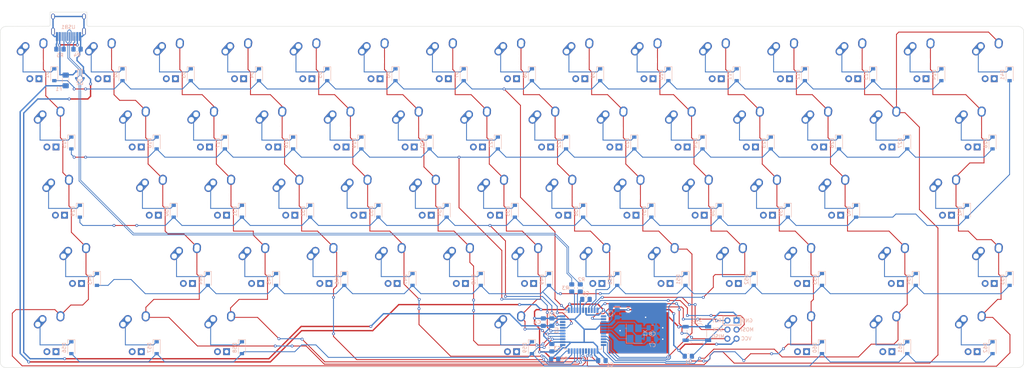
<source format=kicad_pcb>
(kicad_pcb (version 20211014) (generator pcbnew)
  (layers (0 "F.Cu" signal) (31 "B.Cu" signal) (34 "B.Paste" user) (35 "F.Paste" user) (36 "B.SilkS" user "B.Silkscreen") (37 "F.SilkS" user "F.Silkscreen") (38 "B.Mask" user) (39 "F.Mask" user) (44 "Edge.Cuts" user))
  (net 0 "")
  (net 1 "+5V")
  (net 2 "GND")
  (net 3 "Net-(C6-Pad1)")
  (net 4 "XTAL1")
  (net 5 "XTAL2")
  (net 6 "Net-(D1-Pad1)")
  (net 7 "row0")
  (net 8 "Net-(D2-Pad1)")
  (net 9 "Net-(D3-Pad1)")
  (net 10 "Net-(D4-Pad1)")
  (net 11 "Net-(D5-Pad1)")
  (net 12 "Net-(D6-Pad1)")
  (net 13 "Net-(D7-Pad1)")
  (net 14 "Net-(D8-Pad1)")
  (net 15 "Net-(D9-Pad1)")
  (net 16 "Net-(D10-Pad1)")
  (net 17 "Net-(D11-Pad1)")
  (net 18 "Net-(D12-Pad1)")
  (net 19 "Net-(D13-Pad1)")
  (net 20 "Net-(D14-Pad1)")
  (net 21 "Net-(D15-Pad1)")
  (net 22 "row1")
  (net 23 "Net-(D16-Pad1)")
  (net 24 "Net-(D17-Pad1)")
  (net 25 "Net-(D18-Pad1)")
  (net 26 "Net-(D19-Pad1)")
  (net 27 "Net-(D20-Pad1)")
  (net 28 "Net-(D21-Pad1)")
  (net 29 "Net-(D22-Pad1)")
  (net 30 "Net-(D23-Pad1)")
  (net 31 "Net-(D24-Pad1)")
  (net 32 "Net-(D25-Pad1)")
  (net 33 "Net-(D26-Pad1)")
  (net 34 "Net-(D27-Pad1)")
  (net 35 "Net-(D28-Pad1)")
  (net 36 "Net-(D29-Pad1)")
  (net 37 "row2")
  (net 38 "Net-(D30-Pad1)")
  (net 39 "Net-(D31-Pad1)")
  (net 40 "Net-(D32-Pad1)")
  (net 41 "Net-(D33-Pad1)")
  (net 42 "Net-(D34-Pad1)")
  (net 43 "Net-(D35-Pad1)")
  (net 44 "Net-(D36-Pad1)")
  (net 45 "Net-(D37-Pad1)")
  (net 46 "Net-(D38-Pad1)")
  (net 47 "Net-(D39-Pad1)")
  (net 48 "Net-(D40-Pad1)")
  (net 49 "Net-(D41-Pad1)")
  (net 50 "Net-(D42-Pad1)")
  (net 51 "Net-(D43-Pad1)")
  (net 52 "row3")
  (net 53 "Net-(D44-Pad1)")
  (net 54 "Net-(D45-Pad1)")
  (net 55 "Net-(D46-Pad1)")
  (net 56 "Net-(D47-Pad1)")
  (net 57 "Net-(D48-Pad1)")
  (net 58 "Net-(D49-Pad1)")
  (net 59 "Net-(D50-Pad1)")
  (net 60 "Net-(D51-Pad1)")
  (net 61 "Net-(D52-Pad1)")
  (net 62 "Net-(D53-Pad1)")
  (net 63 "Net-(D54-Pad1)")
  (net 64 "Net-(D55-Pad1)")
  (net 65 "Net-(D56-Pad1)")
  (net 66 "row4")
  (net 67 "Net-(D57-Pad1)")
  (net 68 "Net-(D58-Pad1)")
  (net 69 "Net-(D59-Pad1)")
  (net 70 "Net-(D60-Pad1)")
  (net 71 "Net-(D61-Pad1)")
  (net 72 "Net-(D62-Pad1)")
  (net 73 "VCC")
  (net 74 "MISO")
  (net 75 "SCK")
  (net 76 "MOSI")
  (net 77 "RESET")
  (net 78 "col0")
  (net 79 "col1")
  (net 80 "col2")
  (net 81 "col3")
  (net 82 "col4")
  (net 83 "col5")
  (net 84 "col6")
  (net 85 "col7")
  (net 86 "col8")
  (net 87 "col9")
  (net 88 "col10")
  (net 89 "col11")
  (net 90 "col12")
  (net 91 "col13")
  (net 92 "D+")
  (net 93 "Net-(R2-Pad2)")
  (net 94 "D-")
  (net 95 "Net-(R3-Pad2)")
  (net 96 "Net-(R4-Pad1)")
  (net 97 "Net-(R5-Pad1)")
  (net 98 "Net-(R6-Pad1)")
  (footprint "MX_Alps_Hybrid:MX-1.5U" (layer "F.Cu") (at 85.725 109.5375)
    (fp_text reference "K58")
    (fp_text value "LALT")
  )
  (footprint "MX_Alps_Hybrid:MX-1U" (layer "F.Cu") (at 209.55 90.4875)
    (fp_text reference "K51")
    (fp_text value ",<")
  )
  (footprint "MX_Alps_Hybrid:MX-1.75U" (layer "F.Cu") (at 273.84375 90.4875)
    (fp_text reference "K54")
    (fp_text value "RSHIFT")
  )
  (footprint "MX_Alps_Hybrid:MX-1U" (layer "F.Cu") (at 66.675 71.4375)
    (fp_text reference "K30")
    (fp_text value "A")
  )
  (footprint "MX_Alps_Hybrid:MX-1U" (layer "F.Cu") (at 176.2125 52.3875)
    (fp_text reference "K22")
    (fp_text value "U")
  )
  (footprint "MX_Alps_Hybrid:MX-1U" (layer "F.Cu") (at 90.4875 33.3375)
    (fp_text reference "K4")
    (fp_text value "#3")
  )
  (footprint "MX_Alps_Hybrid:MX-7U-ReversedStabilizers" (layer "F.Cu") (at 166.6875 109.5375)
    (fp_text reference "K59")
    (fp_text value "SPACE")
  )
  (footprint "MX_Alps_Hybrid:MX-1U" (layer "F.Cu") (at 261.9375 33.3375)
    (fp_text reference "K13")
    (fp_text value "=+")
  )
  (footprint "MX_Alps_Hybrid:MX-1U" (layer "F.Cu") (at 280.9875 33.3375)
    (fp_text reference "K14")
    (fp_text value "\\|")
  )
  (footprint "MX_Alps_Hybrid:MX-1U" (layer "F.Cu") (at 200.025 71.4375)
    (fp_text reference "K37")
    (fp_text value "K")
  )
  (footprint "MX_Alps_Hybrid:MX-1U" (layer "F.Cu") (at 195.2625 52.3875)
    (fp_text reference "K23")
    (fp_text value "I")
  )
  (footprint "MX_Alps_Hybrid:MX-1U" (layer "F.Cu") (at 300.0375 33.3375)
    (fp_text reference "K41")
    (fp_text value "DEL")
  )
  (footprint "MX_Alps_Hybrid:MX-2.25U" (layer "F.Cu") (at 288.13125 71.4375)
    (fp_text reference "K42")
    (fp_text value "ENTER")
  )
  (footprint "MX_Alps_Hybrid:MX-1U" (layer "F.Cu") (at 95.25 90.4875)
    (fp_text reference "K45")
    (fp_text value "X")
  )
  (footprint "MX_Alps_Hybrid:MX-1U" (layer "F.Cu") (at 180.975 71.4375)
    (fp_text reference "K36")
    (fp_text value "J")
  )
  (footprint "MX_Alps_Hybrid:MX-1U" (layer "F.Cu") (at 128.5875 33.3375)
    (fp_text reference "K6")
    (fp_text value "#5")
  )
  (footprint "MX_Alps_Hybrid:MX-1.5U" (layer "F.Cu") (at 247.65 109.5375)
    (fp_text reference "K60")
    (fp_text value "RALT")
  )
  (footprint "MX_Alps_Hybrid:MX-1U" (layer "F.Cu") (at 80.9625 52.3875)
    (fp_text reference "K17")
    (fp_text value "W")
  )
  (footprint "MX_Alps_Hybrid:MX-1U" (layer "F.Cu") (at 257.175 71.4375)
    (fp_text reference "K40")
    (fp_text value "'\"")
  )
  (footprint "MX_Alps_Hybrid:MX-1U" (layer "F.Cu") (at 33.3375 33.3375)
    (fp_text reference "K1")
    (fp_text value "ESC")
  )
  (footprint "MX_Alps_Hybrid:MX-1U" (layer "F.Cu") (at 252.4125 52.3875)
    (fp_text reference "K26")
    (fp_text value "[{")
  )
  (footprint "MX_Alps_Hybrid:MX-1.5U" (layer "F.Cu") (at 38.1 52.3875)
    (fp_text reference "K15")
    (fp_text value "TAB")
  )
  (footprint "MX_Alps_Hybrid:MX-1.75U" (layer "F.Cu") (at 40.48125 71.4375)
    (fp_text reference "K29")
    (fp_text value "CPLK")
  )
  (footprint "MX_Alps_Hybrid:MX-1U" (layer "F.Cu") (at 85.725 71.4375)
    (fp_text reference "K31")
    (fp_text value "S")
  )
  (footprint "MX_Alps_Hybrid:MX-1U" (layer "F.Cu") (at 123.825 71.4375)
    (fp_text reference "K33")
    (fp_text value "F")
  )
  (footprint "MX_Alps_Hybrid:MX-1U" (layer "F.Cu") (at 223.8375 33.3375)
    (fp_text reference "K11")
    (fp_text value "#0")
  )
  (footprint "MX_Alps_Hybrid:MX-1U" (layer "F.Cu") (at 142.875 71.4375)
    (fp_text reference "K34")
    (fp_text value "G")
  )
  (footprint "MX_Alps_Hybrid:MX-1U" (layer "F.Cu") (at 157.1625 52.3875)
    (fp_text reference "K21")
    (fp_text value "Y")
  )
  (footprint "MX_Alps_Hybrid:MX-1U" (layer "F.Cu") (at 138.1125 52.3875)
    (fp_text reference "K20")
    (fp_text value "T")
  )
  (footprint "MX_Alps_Hybrid:MX-1U" (layer "F.Cu") (at 109.5375 33.3375)
    (fp_text reference "K5")
    (fp_text value "#4")
  )
  (footprint "MX_Alps_Hybrid:MX-1U" (layer "F.Cu") (at 161.925 71.4375)
    (fp_text reference "K35")
    (fp_text value "H")
  )
  (footprint "MX_Alps_Hybrid:MX-1U" (layer "F.Cu") (at 271.4625 109.5375)
    (fp_text reference "K61")
    (fp_text value "RWIN")
  )
  (footprint "MX_Alps_Hybrid:MX-1.5U" (layer "F.Cu") (at 38.1 109.5375)
    (fp_text reference "K56")
    (fp_text value "LCTRL")
  )
  (footprint "MX_Alps_Hybrid:MX-1U" (layer "F.Cu") (at 147.6375 33.3375)
    (fp_text reference "K7")
    (fp_text value "#6")
  )
  (footprint "MX_Alps_Hybrid:MX-1U" (layer "F.Cu") (at 52.3875 33.3375)
    (fp_text reference "K2")
    (fp_text value "#1")
  )
  (footprint "MX_Alps_Hybrid:MX-1U" (layer "F.Cu") (at 228.6 90.4875)
    (fp_text reference "K52")
    (fp_text value ".>")
  )
  (footprint "MX_Alps_Hybrid:MX-1U" (layer "F.Cu") (at 119.0625 52.3875)
    (fp_text reference "K19")
    (fp_text value "R")
  )
  (footprint "MX_Alps_Hybrid:MX-1U" (layer "F.Cu") (at 133.35 90.4875)
    (fp_text reference "K47")
    (fp_text value "V")
  )
  (footprint "MX_Alps_Hybrid:MX-1U" (layer "F.Cu") (at 247.65 90.4875)
    (fp_text reference "K53")
    (fp_text value "/?")
  )
  (footprint "MX_Alps_Hybrid:MX-1U" (layer "F.Cu") (at 61.9125 109.5375)
    (fp_text reference "K57")
    (fp_text value "LWIN")
  )
  (footprint "MX_Alps_Hybrid:MX-1U" (layer "F.Cu") (at 219.075 71.4375)
    (fp_text reference "K38")
    (fp_text value "L")
  )
  (footprint "MX_Alps_Hybrid:MX-1U" (layer "F.Cu") (at 300.0375 90.4875)
    (fp_text reference "K55")
    (fp_text value "FN1")
  )
  (footprint "MX_Alps_Hybrid:MX-1U" (layer "F.Cu") (at 166.6875 33.3375)
    (fp_text reference "K8")
    (fp_text value "#7")
  )
  (footprint "MX_Alps_Hybrid:MX-1U" (layer "F.Cu") (at 238.125 71.4375)
    (fp_text reference "K39")
    (fp_text value ";:")
  )
  (footprint "MX_Alps_Hybrid:MX-1U" (layer "F.Cu") (at 242.8875 33.3375)
    (fp_text reference "K12")
    (fp_text value "-_")
  )
  (footprint "MX_Alps_Hybrid:MX-1U" (layer "F.Cu") (at 190.5 90.4875)
    (fp_text reference "K50")
    (fp_text value "M")
  )
  (footprint "MX_Alps_Hybrid:MX-1U" (layer "F.Cu") (at 185.7375 33.3375)
    (fp_text reference "K9")
    (fp_text value "#8")
  )
  (footprint "MX_Alps_Hybrid:MX-1.5U" (layer "F.Cu") (at 295.275 52.3875)
    (fp_text reference "K28")
    (fp_text value "BSPC")
  )
  (footprint "MX_Alps_Hybrid:MX-1U" (layer "F.Cu") (at 233.3625 52.3875)
    (fp_text reference "K25")
    (fp_text value "P")
  )
  (footprint "MX_Alps_Hybrid:MX-1U" (layer "F.Cu") (at 204.7875 33.3375)
    (fp_text reference "K10")
    (fp_text value "#9")
  )
  (footprint "MX_Alps_Hybrid:MX-1U" (layer "F.Cu") (at 76.2 90.4875)
    (fp_text reference "K44")
    (fp_text value "Z")
  )
  (footprint "MX_Alps_Hybrid:MX-1U" (layer "F.Cu") (at 114.3 90.4875)
    (fp_text reference "K46")
    (fp_text value "C")
  )
  (footprint "MX_Alps_Hybrid:MX-1U" (layer "F.Cu") (at 100.0125 52.3875)
    (fp_text reference "K18")
    (fp_text value "E")
  )
  (footprint "MX_Alps_Hybrid:MX-1U" (layer "F.Cu") (at 152.4 90.4875)
    (fp_text reference "K48")
    (fp_text value "B")
  )
  (footprint "MX_Alps_Hybrid:MX-1U" (layer "F.Cu") (at 214.3125 52.3875)
    (fp_text reference "K24")
    (fp_text value "O")
  )
  (footprint "MX_Alps_Hybrid:MX-1U" (layer "F.Cu") (at 171.45 90.4875)
    (fp_text reference "K49")
    (fp_text value "N")
  )
  (footprint "MX_Alps_Hybrid:MX-1U" (layer "F.Cu") (at 271.4625 52.3875)
    (fp_text reference "K27")
    (fp_text value "]}")
  )
  (footprint "MX_Alps_Hybrid:MX-1U" (layer "F.Cu") (at 71.4375 33.3375)
    (fp_text reference "K3")
    (fp_text value "#2")
  )
  (footprint "MX_Alps_Hybrid:MX-1U" (layer "F.Cu") (at 61.9125 52.3875)
    (fp_text reference "K16")
    (fp_text value "Q")
  )
  (footprint "MX_Alps_Hybrid:MX-1.5U" (layer "F.Cu") (at 295.275 109.5375)
    (fp_text reference "K62")
    (fp_text value "RCTRL")
  )
  (footprint "MX_Alps_Hybrid:MX-1U" (layer "F.Cu") (at 104.775 71.4375)
    (fp_text reference "K32")
    (fp_text value "D")
  )
  (footprint "MX_Alps_Hybrid:MX-2.25U" (layer "F.Cu") (at 45.24375 90.4875)
    (fp_text reference "K43")
    (fp_text value "LSHIFT")
  )
  (footprint "Diode_SMD:D_SOD-123" (layer "B.Cu") (at 153.19375 37.30625 -90)
    (fp_text reference "D7")
    (fp_text value "D")
  )
  (footprint "Diode_SMD:D_SOD-123" (layer "B.Cu") (at 67.46875 56.35625 -90)
    (fp_text reference "D16")
    (fp_text value "D")
  )
  (footprint "Diode_SMD:D_SOD-123" (layer "B.Cu") (at 86.51875 56.35625 -90)
    (fp_text reference "D17")
    (fp_text value "D")
  )
  (footprint "Diode_SMD:D_SOD-123" (layer "B.Cu") (at 229.39375 37.30625 -90)
    (fp_text reference "D11")
    (fp_text value "D")
  )
  (footprint "Resistor_SMD:R_0805_2012Metric_Pad1.20x1.40mm_HandSolder" (layer "B.Cu") (at 215.9 115.8875)
    (fp_text reference "R1")
    (fp_text value "10k")
  )
  (footprint "Diode_SMD:D_SOD-123" (layer "B.Cu") (at 134.14375 37.30625 -90)
    (fp_text reference "D6")
    (fp_text value "D")
  )
  (footprint "Crystal:Crystal_SMD_3225-4Pin_3.2x2.5mm_HandSoldering" (layer "B.Cu") (at 200.81875 109.5375 90)
    (fp_text reference "X1")
    (fp_text value "XTAL")
  )
  (footprint "Diode_SMD:D_SOD-123" (layer "B.Cu") (at 253.20625 113.50625 -90)
    (fp_text reference "D60")
    (fp_text value "D")
  )
  (footprint "Diode_SMD:D_SOD-123" (layer "B.Cu") (at 91.28125 75.40625 -90)
    (fp_text reference "D31")
    (fp_text value "D")
  )
  (footprint "Diode_SMD:D_SOD-123" (layer "B.Cu") (at 305.59375 94.45625 -90)
    (fp_text reference "D55")
    (fp_text value "D")
  )
  (footprint "Diode_SMD:D_SOD-123" (layer "B.Cu") (at 172.24375 37.30625 -90)
    (fp_text reference "D8")
    (fp_text value "D")
  )
  (footprint "Type-C:HRO-TYPE-C-31-M-12-HandSoldering" (layer "B.Cu") (at 42.8625 18.43375)
    (fp_text reference "USB1")
    (fp_text value "HRO-TYPE-C-31-M-12")
  )
  (footprint "Diode_SMD:D_SOD-123" (layer "B.Cu") (at 196.05625 94.45625 -90)
    (fp_text reference "D50")
    (fp_text value "D")
  )
  (footprint "Diode_SMD:D_SOD-123" (layer "B.Cu") (at 148.43125 75.40625 -90)
    (fp_text reference "D34")
    (fp_text value "D")
  )
  (footprint "Diode_SMD:D_SOD-123" (layer "B.Cu") (at 81.75625 94.45625 -90)
    (fp_text reference "D44")
    (fp_text value "D")
  )
  (footprint "Diode_SMD:D_SOD-123" (layer "B.Cu") (at 224.63125 75.40625 -90)
    (fp_text reference "D38")
    (fp_text value "D")
  )
  (footprint "Capacitor_SMD:C_0805_2012Metric_Pad1.18x1.45mm_HandSolder" (layer "B.Cu") (at 205.867 111.125)
    (fp_text reference "C7")
    (fp_text value "22pF")
  )
  (footprint "Diode_SMD:D_SOD-123" (layer "B.Cu") (at 167.48125 75.40625 -90)
    (fp_text reference "D35")
    (fp_text value "D")
  )
  (footprint "Diode_SMD:D_SOD-123" (layer "B.Cu") (at 210.34375 37.30625 -90)
    (fp_text reference "D10")
    (fp_text value "D")
  )
  (footprint "Capacitor_SMD:C_0805_2012Metric_Pad1.18x1.45mm_HandSolder" (layer "B.Cu") (at 196.05625 103.98125 -90)
    (fp_text reference "C2")
    (fp_text value "0.1uF")
  )
  (footprint "Diode_SMD:D_SOD-123" (layer "B.Cu") (at 96.04375 37.30625 -90)
    (fp_text reference "D4")
    (fp_text value "D")
  )
  (footprint "Resistor_SMD:R_0805_2012Metric_Pad1.20x1.40mm_HandSolder" (layer "B.Cu") (at 178.59375 116.68125 180)
    (fp_text reference "R6")
    (fp_text value "10k")
  )
  (footprint "Diode_SMD:D_SOD-123" (layer "B.Cu") (at 50.8 94.45625 -90)
    (fp_text reference "D43")
    (fp_text value "D")
  )
  (footprint "Capacitor_SMD:C_0805_2012Metric_Pad1.18x1.45mm_HandSolder" (layer "B.Cu") (at 177.8 113.50625 90)
    (fp_text reference "C3")
    (fp_text value "0.1uF")
  )
  (footprint "Diode_SMD:D_SOD-123" (layer "B.Cu") (at 277.01875 56.35625 -90)
    (fp_text reference "D27")
    (fp_text value "D")
  )
  (footprint "Diode_SMD:D_SOD-123" (layer "B.Cu") (at 67.46875 113.50625 -90)
    (fp_text reference "D57")
    (fp_text value "D")
  )
  (footprint "Diode_SMD:D_SOD-123" (layer "B.Cu") (at 110.33125 75.40625 -90)
    (fp_text reference "D32")
    (fp_text value "D")
  )
  (footprint "Diode_SMD:D_SOD-123" (layer "B.Cu") (at 91.28125 113.50625 -90)
    (fp_text reference "D58")
    (fp_text value "D")
  )
  (footprint "Capacitor_SMD:C_0805_2012Metric_Pad1.18x1.45mm_HandSolder" (layer "B.Cu") (at 177.8 106.3625 -90)
    (fp_text reference "C5")
    (fp_text value "10uF")
  )
  (footprint "Diode_SMD:D_SOD-123" (layer "B.Cu") (at 76.99375 37.30625 -90)
    (fp_text reference "D3")
    (fp_text value "D")
  )
  (footprint "Diode_SMD:D_SOD-123" (layer "B.Cu") (at 46.0375 75.40625 -90)
    (fp_text reference "D29")
    (fp_text value "D")
  )
  (footprint "Diode_SMD:D_SOD-123" (layer "B.Cu") (at 300.83125 113.50625 -90)
    (fp_text reference "D62")
    (fp_text value "D")
  )
  (footprint "Package_QFP:TQFP-44_10x10mm_P0.8mm" (layer "B.Cu") (at 186.53125 108.74375 -90)
    (fp_text reference "U1")
    (fp_text value "ATmega32U4-A")
  )
  (footprint "Capacitor_SMD:C_0805_2012Metric_Pad1.18x1.45mm_HandSolder" (layer "B.Cu") (at 187.325 100.0125 180)
    (fp_text reference "C6")
    (fp_text value "1uF")
  )
  (footprint "Button_Switch_SMD:SW_SPST_TL3342" (layer "B.Cu") (at 218.28125 109.5375 180)
    (fp_text reference "SW1")
    (fp_text value "SW_Push")
  )
  (footprint "Diode_SMD:D_SOD-123" (layer "B.Cu") (at 186.53125 75.40625 -90)
    (fp_text reference "D36")
    (fp_text value "D")
  )
  (footprint "Diode_SMD:D_SOD-123" (layer "B.Cu") (at 138.90625 94.45625 -90)
    (fp_text reference "D47")
    (fp_text value "D")
  )
  (footprint "Diode_SMD:D_SOD-123" (layer "B.Cu") (at 277.01875 113.50625 -90)
    (fp_text reference "D61")
    (fp_text value "D")
  )
  (footprint "Diode_SMD:D_SOD-123" (layer "B.Cu") (at 257.96875 56.35625 -90)
    (fp_text reference "D26")
    (fp_text value "D")
  )
  (footprint "Diode_SMD:D_SOD-123" (layer "B.Cu") (at 72.23125 75.40625 -90)
    (fp_text reference "D30")
    (fp_text value "D")
  )
  (footprint "Capacitor_SMD:C_0805_2012Metric_Pad1.18x1.45mm_HandSolder" (layer "B.Cu") (at 191.77 117.094)
    (fp_text reference "C1")
    (fp_text value "0.1uF")
  )
  (footprint "Diode_SMD:D_SOD-123" (layer "B.Cu") (at 219.86875 56.35625 -90)
    (fp_text reference "D24")
    (fp_text value "D")
  )
  (footprint "Diode_SMD:D_SOD-123" (layer "B.Cu") (at 253.20625 94.45625 -90)
    (fp_text reference "D53")
    (fp_text value "D")
  )
  (footprint "Diode_SMD:D_SOD-123" (layer "B.Cu") (at 129.38125 75.40625 -90)
    (fp_text reference "D33")
    (fp_text value "D")
  )
  (footprint "Resistor_SMD:R_0805_2012Metric_Pad1.20x1.40mm_HandSolder" (layer "B.Cu") (at 185.7375 96.8375 -90)
    (fp_text reference "R2")
    (fp_text value "22")
  )
  (footprint "Diode_SMD:D_SOD-123" (layer "B.Cu") (at 143.66875 56.35625 -90)
    (fp_text reference "D20")
    (fp_text value "D")
  )
  (footprint "Capacitor_SMD:C_0805_2012Metric_Pad1.18x1.45mm_HandSolder" (layer "B.Cu") (at 205.867 107.95)
    (fp_text reference "C8")
    (fp_text value "22pF")
  )
  (footprint "Diode_SMD:D_SOD-123" (layer "B.Cu") (at 172.24375 113.50625 -90)
    (fp_text reference "D59")
    (fp_text value "D")
  )
  (footprint "Fuse:Fuse_1206_3216Metric_Pad1.42x1.75mm_HandSolder" (layer "B.Cu") (at 42.06875 38.89375 -90)
    (fp_text reference "F1")
    (fp_text value "Polyfuse_Small")
  )
  (footprint "Diode_SMD:D_SOD-123" (layer "B.Cu") (at 279.4 94.45625 -90)
    (fp_text reference "D54")
    (fp_text value "D")
  )
  (footprint "Diode_SMD:D_SOD-123" (layer "B.Cu") (at 157.95625 94.45625 -90)
    (fp_text reference "D48")
    (fp_text value "D")
  )
  (footprint "Diode_SMD:D_SOD-123" (layer "B.Cu") (at 105.56875 56.35625 -90)
    (fp_text reference "D18")
    (fp_text value "D")
  )
  (footprint "Diode_SMD:D_SOD-123" (layer "B.Cu") (at 177.00625 94.45625 -90)
    (fp_text reference "D49")
    (fp_text value "D")
  )
  (footprint "Resistor_SMD:R_0805_2012Metric_Pad1.20x1.40mm_HandSolder" (layer "B.Cu") (at 40.48125 30.1625 180)
    (fp_text reference "R5")
    (fp_text value "5.1k")
  )
  (footprint "Diode_SMD:D_SOD-123" (layer "B.Cu") (at 262.73125 75.40625 -90)
    (fp_text reference "D40")
    (fp_text value "D")
  )
  (footprint "Diode_SMD:D_SOD-123" (layer "B.Cu") (at 300.83125 56.35625 -90)
    (fp_text reference "D28")
    (fp_text value "D")
  )
  (footprint "Capacitor_SMD:C_0805_2012Metric_Pad1.18x1.45mm_HandSolder" (layer "B.Cu") (at 175.41875 106.3625 -90)
    (fp_text reference "C4")
    (fp_text value "0.1uF")
  )
  (footprint "Diode_SMD:D_SOD-123" (layer "B.Cu") (at 305.59375 37.30625 -90)
    (fp_text reference "D41")
    (fp_text value "D")
  )
  (footprint "Diode_SMD:D_SOD-123" (layer "B.Cu") (at 243.68125 75.40625 -90)
    (fp_text reference "D39")
    (fp_text value "D")
  )
  (footprint "Diode_SMD:D_SOD-123" (layer "B.Cu") (at 215.10625 94.45625 -90)
    (fp_text reference "D51")
    (fp_text value "D")
  )
  (footprint "Diode_SMD:D_SOD-123" (layer "B.Cu") (at 191.29375 37.30625 -90)
    (fp_text reference "D9")
    (fp_text value "D")
  )
  (footprint "Diode_SMD:D_SOD-123" (layer "B.Cu") (at 38.89375 37.30625 -90)
    (fp_text reference "D1")
    (fp_text value "D")
  )
  (footprint "Diode_SMD:D_SOD-123" (layer "B.Cu") (at 115.09375 37.30625 -90)
    (fp_text reference "D5")
    (fp_text value "D")
  )
  (footprint "Diode_SMD:D_SOD-123" (layer "B.Cu") (at 200.81875 56.35625 -90)
    (fp_text reference "D23")
    (fp_text value "D")
  )
  (footprint "Diode_SMD:D_SOD-123" (layer "B.Cu") (at 234.15625 94.45625 -90)
    (fp_text reference "D52")
    (fp_text value "D")
  )
  (footprint "Resistor_SMD:R_0805_2012Metric_Pad1.20x1.40mm_HandSolder" (layer "B.Cu") (at 183.35625 96.8375 -90)
    (fp_text reference "R3")
    (fp_text value "22")
  )
  (footprint "random-keyboard-parts:SOT143B" (layer "B.Cu") (at 46.0375 37.30625 180)
    (fp_text reference "U2")
    (fp_text value "PRTR5V0U2X")
  )
  (footprint "Diode_SMD:D_SOD-123" (layer "B.Cu") (at 100.80625 94.45625 -90)
    (fp_text reference "D45")
    (fp_text value "D")
  )
  (footprint "Diode_SMD:D_SOD-123" (layer "B.Cu") (at 181.76875 56.35625 -90)
    (fp_text reference "D22")
    (fp_text value "D")
  )
  (footprint "random-keyboard-parts:Reset_Pretty-Mask" (layer "B.Cu") (at 228.092 108.4465)
    (fp_text reference "J1")
    (fp_text value "AVR-ISP-6")
  )
  (footprint "Diode_SMD:D_SOD-123" (layer "B.Cu") (at 267.49375 37.30625 -90)
    (fp_text reference "D13")
    (fp_text value "D")
  )
  (footprint "Diode_SMD:D_SOD-123" (layer "B.Cu") (at 119.85625 94.45625 -90)
    (fp_text reference "D46")
    (fp_text value "D")
  )
  (footprint "Diode_SMD:D_SOD-123" (layer "B.Cu") (at 43.65625 56.35625 -90)
    (fp_text reference "D15")
    (fp_text value "D")
  )
  (footprint "Diode_SMD:D_SOD-123" (layer "B.Cu") (at 293.6875 75.40625 -90)
    (fp_text reference "D42")
    (fp_text value "D")
  )
  (footprint "Diode_SMD:D_SOD-123" (layer "B.Cu") (at 286.54375 37.30625 -90)
    (fp_text reference "D14")
    (fp_text value "D")
  )
  (footprint "Diode_SMD:D_SOD-123" (layer "B.Cu") (at 205.58125 75.40625 -90)
    (fp_text reference "D37")
    (fp_text value "D")
  )
  (footprint "Diode_SMD:D_SOD-123" (layer "B.Cu") (at 57.94375 37.30625 -90)
    (fp_text reference "D2")
    (fp_text value "D")
  )
  (footprint "Diode_SMD:D_SOD-123" (layer "B.Cu") (at 124.61875 56.35625 -90)
    (fp_text reference "D19")
    (fp_text value "D")
  )
  (footprint "Diode_SMD:D_SOD-123" (layer "B.Cu") (at 238.91875 56.35625 -90)
    (fp_text reference "D25")
    (fp_text value "D")
  )
  (footprint "Diode_SMD:D_SOD-123" (layer "B.Cu") (at 43.65625 113.50625 -90)
    (fp_text reference "D56")
    (fp_text value "D")
  )
  (footprint "Diode_SMD:D_SOD-123" (layer "B.Cu") (at 248.44375 37.30625 -90)
    (fp_text reference "D12")
    (fp_text value "D")
  )
  (footprint "Resistor_SMD:R_0805_2012Metric_Pad1.20x1.40mm_HandSolder" (layer "B.Cu") (at 45.24375 30.1625)
    (fp_text reference "R4")
    (fp_text value "5.1k")
  )
  (footprint "Diode_SMD:D_SOD-123" (layer "B.Cu") (at 162.71875 56.35625 -90)
    (fp_text reference "D21")
    (fp_text value "D")
  )
  (gr_line (start 37.719 19.812) (end 48.006 19.812) (layer "Edge.Cuts") (width 0.1))
  (gr_line (start 309.5625 25.4) (end 309.5625 117.475) (layer "Edge.Cuts") (width 0.1))
  (gr_line (start 48.4505 23.8125) (end 307.975 23.8125) (layer "Edge.Cuts") (width 0.1))
  (gr_line (start 307.975 119.0625) (end 25.4 119.0625) (layer "Edge.Cuts") (width 0.1))
  (gr_arc (start 48.4505 23.8125) (mid 48.136191 23.682309) (end 48.006 23.368) (layer "Edge.Cuts") (width 0.1))
  (gr_arc (start 25.4 119.0625) (mid 24.277468 118.597532) (end 23.8125 117.475) (layer "Edge.Cuts") (width 0.1))
  (gr_arc (start 37.719 23.368) (mid 37.598108 23.659858) (end 37.30625 23.78075) (layer "Edge.Cuts") (width 0.1))
  (gr_arc (start 307.975 23.8125) (mid 309.097532 24.277468) (end 309.5625 25.4) (layer "Edge.Cuts") (width 0.1))
  (gr_line (start 48.006 19.812) (end 48.006 23.368) (layer "Edge.Cuts") (width 0.1))
  (gr_line (start 25.4 23.8125) (end 37.30625 23.78075) (layer "Edge.Cuts") (width 0.1))
  (gr_line (start 23.8125 117.475) (end 23.8125 25.4) (layer "Edge.Cuts") (width 0.1))
  (gr_arc (start 23.8125 25.4) (mid 24.277468 24.277468) (end 25.4 23.8125) (layer "Edge.Cuts") (width 0.1))
  (gr_line (start 37.719 19.812) (end 37.719 23.368) (layer "Edge.Cuts") (width 0.1))
  (gr_arc (start 309.5625 117.475) (mid 309.097532 118.597532) (end 307.975 119.0625) (layer "Edge.Cuts") (width 0.1))
  (segment (start 210.693 102.87) (end 211.836 104.013) (width 0.381) (layer "F.Cu") (net 1))
  (segment (start 186.45575 116.743367) (end 186.337317 116.743367) (width 0.381) (layer "F.Cu") (net 1))
  (segment (start 223.774 112.522) (end 215.011 112.522) (width 0.381) (layer "F.Cu") (net 1))
  (segment (start 190.6395 101.346) (end 182.7645 101.346) (width 0.381) (layer "F.Cu") (net 1))
  (segment (start 215.011 112.522) (end 213.27275 114.26025) (width 0.381) (layer "F.Cu") (net 1))
  (segment (start 174.752 102.87) (end 173.482 102.87) (width 0.381) (layer "F.Cu") (net 1))
  (segment (start 174.371 108.204) (end 172.974 106.807) (width 0.381) (layer "F.Cu") (net 1))
  (segment (start 186.337317 116.743367) (end 186.05295 116.459) (width 0.381) (layer "F.Cu") (net 1))
  (segment (start 186.05295 116.459) (end 177.546 116.459) (width 0.381) (layer "F.Cu") (net 1))
  (segment (start 199.136 102.87) (end 210.693 102.87) (width 0.381) (layer "F.Cu") (net 1))
  (segment (start 175.768 114.681) (end 174.371 114.681) (width 0.381) (layer "F.Cu") (net 1))
  (segment (start 181.229 102.87) (end 174.752 102.87) (width 0.381) (layer "F.Cu") (net 1))
  (segment (start 177.546 116.459) (end 175.768 114.681) (width 0.381) (layer "F.Cu") (net 1))
  (segment (start 182.7645 101.346) (end 182.75875 101.34025) (width 0.381) (layer "F.Cu") (net 1))
  (segment (start 172.974 105.283) (end 172.974 106.807) (width 0.381) (layer "F.Cu") (net 1))
  (segment (start 127.79375 108.74375) (end 135.0645 101.473) (width 0.381) (layer "F.Cu") (net 1))
  (segment (start 172.974 103.378) (end 172.974 105.283) (width 0.381) (layer "F.Cu") (net 1))
  (segment (start 192.22075 102.92725) (end 190.6395 101.346) (width 0.381) (layer "F.Cu") (net 1))
  (segment (start 135.0645 101.473) (end 168.783 101.473) (width 0.381) (layer "F.Cu") (net 1))
  (segment (start 174.371 114.681) (end 174.371 108.204) (width 0.381) (layer "F.Cu") (net 1))
  (segment (start 31.75 117.475) (end 99.21875 117.475) (width 0.381) (layer "F.Cu") (net 1))
  (segment (start 182.75875 101.34025) (end 181.229 102.87) (width 0.381) (layer "F.Cu") (net 1))
  (segment (start 99.21875 117.475) (end 107.95 108.74375) (width 0.381) (layer "F.Cu") (net 1))
  (segment (start 173.482 102.87) (end 172.974 103.378) (width 0.381) (layer "F.Cu") (net 1))
  (segment (start 107.95 108.74375) (end 127.79375 108.74375) (width 0.381) (layer "F.Cu") (net 1))
  (via (at 174.371 114.681) (size 0.8) (drill 0.4) (layers "F.Cu" "B.Cu") (net 1))
  (via (at 211.836 104.013) (size 0.8) (drill 0.4) (layers "F.Cu" "B.Cu") (net 1))
  (via (at 182.75875 101.34025) (size 0.8) (drill 0.4) (layers "F.Cu" "B.Cu") (net 1))
  (via (at 213.27275 114.26025) (size 0.8) (drill 0.4) (layers "F.Cu" "B.Cu") (net 1))
  (via (at 174.752 102.87) (size 0.8) (drill 0.4) (layers "F.Cu" "B.Cu") (net 1))
  (via (at 199.136 102.87) (size 0.8) (drill 0.4) (layers "F.Cu" "B.Cu") (net 1))
  (via (at 172.974 105.283) (size 0.8) (drill 0.4) (layers "F.Cu" "B.Cu") (net 1))
  (via (at 31.75 117.475) (size 0.8) (drill 0.4) (layers "F.Cu" "B.Cu") (net 1))
  (via (at 192.22075 102.92725) (size 0.8) (drill 0.4) (layers "F.Cu" "B.Cu") (net 1))
  (via (at 223.774 112.522) (size 0.8) (drill 0.4) (layers "F.Cu" "B.Cu") (net 1))
  (via (at 186.45575 116.743367) (size 0.8) (drill 0.4) (layers "F.Cu" "B.Cu") (net 1))
  (via (at 168.783 101.473) (size 0.8) (drill 0.4) (layers "F.Cu" "B.Cu") (net 1))
  (segment (start 187.33125 103.04375) (end 187.33125 104.17475) (width 0.381) (layer "B.Cu") (net 1))
  (segment (start 192.22075 103.05425) (end 192.22075 102.92725) (width 0.381) (layer "B.Cu") (net 1))
  (segment (start 194.46875 104.80675) (end 193.83375 104.80675) (width 0.381) (layer "B.Cu") (net 1))
  (segment (start 173.016 105.325) (end 172.974 105.283) (width 0.381) (layer "B.Cu") (net 1))
  (segment (start 183.33125 101.91275) (end 182.75875 101.34025) (width 0.381) (layer "B.Cu") (net 1))
  (segment (start 174.371 114.681) (end 177.66275 114.681) (width 0.381) (layer "B.Cu") (net 1))
  (segment (start 177.8 105.325) (end 178.901 105.325) (width 0.381) (layer "B.Cu") (net 1))
  (segment (start 183.33125 103.04375) (end 183.33125 101.91275) (width 0.381) (layer "B.Cu") (net 1))
  (segment (start 179.03125 114.54375) (end 180.83125 112.74375) (width 0.381) (layer "B.Cu") (net 1))
  (segment (start 177.8 114.54375) (end 179.03125 114.54375) (width 0.381) (layer "B.Cu") (net 1))
  (segment (start 194.46875 105.56875) (end 193.675 106.3625) (width 0.381) (layer "B.Cu") (net 1))
  (segment (start 196.05625 102.94375) (end 199.06225 102.94375) (width 0.381) (layer "B.Cu") (net 1))
  (segment (start 186.45575 116.743367) (end 186.806383 117.094) (width 0.381) (layer "B.Cu") (net 1))
  (segment (start 190.881 104.394) (end 192.22075 103.05425) (width 0.381) (layer "B.Cu") (net 1))
  (segment (start 177.885 105.325) (end 177.8 105.325) (width 0.381) (layer "B.Cu") (net 1))
  (segment (start 179.48225 104.74375) (end 180.83125 104.74375) (width 0.381) (layer "B.Cu") (net 1))
  (segment (start 168.783 101.473) (end 173.355 101.473) (width 0.381) (layer "B.Cu") (net 1))
  (segment (start 42.06875 40.38125) (end 36.6125 40.38125) (width 0.381) (layer "B.Cu") (net 1))
  (segment (start 190.7325 116.5645) (end 189.73125 115.56325) (width 0.381) (layer "B.Cu") (net 1))
  (segment (start 186.45575 116.743367) (end 186.517867 116.68125) (width 0.381) (layer "B.Cu") (net 1))
  (segment (start 36.6125 40.38125) (end 29.36875 47.625) (width 0.381) (layer "B.Cu") (net 1))
  (segment (start 194.46875 104.53125) (end 194.46875 104.80675) (width 0.381) (layer "B.Cu") (net 1))
  (segment (start 193.83375 104.80675) (end 193.421 104.394) (width 0.381) (layer "B.Cu") (net 1))
  (segment (start 178.901 105.325) (end 179.48225 104.74375) (width 0.381) (layer "B.Cu") (net 1))
  (segment (start 29.36875 115.09375) (end 31.75 117.475) (width 0.381) (layer "B.Cu") (net 1))
  (segment (start 189.73125 115.56325) (end 189.73125 114.44375) (width 0.381) (layer "B.Cu") (net 1))
  (segment (start 194.46875 104.80675) (end 194.46875 105.56875) (width 0.381) (layer "B.Cu") (net 1))
  (segment (start 211.836 112.8235) (end 213.27275 114.26025) (width 0.381) (layer "B.Cu") (net 1))
  (segment (start 190.7325 117.094) (end 190.7325 116.5645) (width 0.381) (layer "B.Cu") (net 1))
  (segment (start 193.675 106.3625) (end 192.25 106.3625) (width 0.381) (layer "B.Cu") (net 1))
  (segment (start 177.8 105.325) (end 175.41875 105.325) (width 0.381) (layer "B.Cu") (net 1))
  (segment (start 187.33125 104.17475) (end 187.5505 104.394) (width 0.381) (layer "B.Cu") (net 1))
  (segment (start 196.05625 102.94375) (end 194.46875 104.53125) (width 0.381) (layer "B.Cu") (net 1))
  (segment (start 193.421 104.394) (end 193.421 104.1275) (width 0.381) (layer "B.Cu") (net 1))
  (segment (start 227.8265 112.522) (end 223.774 112.522) (width 0.381) (layer "B.Cu") (net 1))
  (segment (start 211.836 104.013) (end 211.836 112.8235) (width 0.381) (layer "B.Cu") (net 1))
  (segment (start 193.421 104.1275) (end 192.22075 102.92725) (width 0.381) (layer "B.Cu") (net 1))
  (segment (start 187.5505 104.394) (end 190.881 104.394) (width 0.381) (layer "B.Cu") (net 1))
  (segment (start 29.36875 47.625) (end 29.36875 115.09375) (width 0.381) (layer "B.Cu") (net 1))
  (segment (start 192.25 106.3625) (end 192.23125 106.34375) (width 0.381) (layer "B.Cu") (net 1))
  (segment (start 175.41875 105.325) (end 173.016 105.325) (width 0.381) (layer "B.Cu") (net 1))
  (segment (start 229.362 110.9865) (end 227.8265 112.522) (width 0.381) (layer "B.Cu") (net 1))
  (segment (start 186.806383 117.094) (end 190.7325 117.094) (width 0.381) (layer "B.Cu") (net 1))
  (segment (start 177.66275 114.681) (end 177.8 114.54375) (width 0.381) (layer "B.Cu") (net 1))
  (segment (start 213.27275 114.26025) (end 214.9 115.8875) (width 0.381) (layer "B.Cu") (net 1))
  (segment (start 173.355 101.473) (end 174.752 102.87) (width 0.381) (layer "B.Cu") (net 1))
  (segment (start 199.06225 102.94375) (end 199.136 102.87) (width 0.381) (layer "B.Cu") (net 1))
  (segment (start 49.022 43.307) (end 48.26 44.069) (width 0.381) (layer "F.Cu") (net 2))
  (segment (start 48.26 44.069) (end 43.053 44.069) (width 0.381) (layer "F.Cu") (net 2))
  (segment (start 41.783 116.586) (end 98.806 116.586) (width 0.381) (layer "F.Cu") (net 2))
  (segment (start 98.806 116.586) (end 107.569 107.823) (width 0.381) (layer "F.Cu") (net 2))
  (segment (start 213.233 107.696) (end 210.55575 105.01875) (width 0.381) (layer "F.Cu") (net 2))
  (segment (start 107.823 107.569) (end 127.254 107.569) (width 0.381) (layer "F.Cu") (net 2))
  (segment (start 49.022 39.878) (end 49.022 43.307) (width 0.381) (layer "F.Cu") (net 2))
  (segment (start 210.55575 105.01875) (end 203.97325 105.01875) (width 0.381) (layer "F.Cu") (net 2))
  (segment (start 107.569 107.823) (end 107.823 107.569) (width 0.381) (layer "F.Cu") (net 2))
  (via (at 49.022 39.878) (size 0.8) (drill 0.4) (layers "F.Cu" "B.Cu") (net 2))
  (via (at 208.75625 111.125) (size 0.8) (drill 0.4) (layers "F.Cu" "B.Cu") (net 2))
  (via (at 43.053 44.069) (size 0.8) (drill 0.4) (layers "F.Cu" "B.Cu") (net 2))
  (via (at 203.97325 105.01875) (size 0.8) (drill 0.4) (layers "F.Cu" "B.Cu") (net 2))
  (via (at 41.783 116.586) (size 0.8) (drill 0.4) (layers "F.Cu" "B.Cu") (net 2))
  (via (at 127.254 107.569) (size 0.8) (drill 0.4) (layers "F.Cu" "B.Cu") (net 2))
  (via (at 213.233 107.696) (size 0.8) (drill 0.4) (layers "F.Cu" "B.Cu") (net 2))
  (via (at 196.85 108.74375) (size 0.8) (drill 0.4) (layers "F.Cu" "B.Cu") (net 2))
  (via (at 208.75625 107.95) (size 0.8) (drill 0.4) (layers "F.Cu" "B.Cu") (net 2))
  (segment (start 34.29 44.069) (end 30.353 48.006) (width 0.381) (layer "B.Cu") (net 2))
  (segment (start 178.325 111.94375) (end 180.83125 111.94375) (width 0.381) (layer "B.Cu") (net 2))
  (segment (start 181.737 113.432) (end 182.88 112.289) (width 0.381) (layer "B.Cu") (net 2))
  (segment (start 175.56725 110.236) (end 177.8 112.46875) (width 0.381) (layer "B.Cu") (net 2))
  (segment (start 191.30625 107.14375) (end 190.1055 108.3445) (width 0.381) (layer "B.Cu") (net 2))
  (segment (start 38.5425 25.21375) (end 38.5425 21.03375) (width 0.381) (layer "B.Cu") (net 2))
  (segment (start 46.24375 30.1625) (end 45.991999 30.414251) (width 0.381) (layer "B.Cu") (net 2))
  (segment (start 229.362 105.9065) (end 229.362 104.521) (width 0.381) (layer "B.Cu") (net 2))
  (segment (start 49.022 38.54075) (end 49.022 39.878) (width 0.381) (layer "B.Cu") (net 2))
  (segment (start 177.715408 116.68125) (end 180.858658 113.538) (width 0.381) (layer "B.Cu") (net 2))
  (segment (start 39.48125 28.719375) (end 39.6375 28.563125) (width 0.381) (layer "B.Cu") (net 2))
  (segment (start 46.24375 26.785) (end 46.0875 26.62875) (width 0.381) (layer "B.Cu") (net 2))
  (segment (start 186.2875 100.0125) (end 185.73125 100.56875) (width 0.381) (layer "B.Cu") (net 2))
  (segment (start 206.9045 108.21425) (end 206.9045 107.95) (width 0.381) (layer "B.Cu") (net 2))
  (segment (start 47.1825 26.0965) (end 46.65025 26.62875) (width 0.381) (layer "B.Cu") (net 2))
  (segment (start 177.8 107.4) (end 177.8 107.315) (width 0.381) (layer "B.Cu") (net 2))
  (segment (start 190.1055 108.3445) (end 186.817 108.3445) (width 0.381) (layer "B.Cu") (net 2))
  (segment (start 199.66875 108.3875) (end 201.96875 110.6875) (width 0.381) (layer "B.Cu") (net 2))
  (segment (start 189.357 112.014) (end 190.53125 113.18825) (width 0.381) (layer "B.Cu") (net 2))
  (segment (start 196.05625 105.01875) (end 193.93125 107.14375) (width 0.381) (layer "B.Cu") (net 2))
  (segment (start 169.376 107.4) (end 175.41875 107.4) (width 0.381) (layer "B.Cu") (net 2))
  (segment (start 180.858658 113.538) (end 181.737 113.538) (width 0.381) (layer "B.Cu") (net 2))
  (segment (start 221.43125 107.6375) (end 215.13125 107.6375) (width 0.381) (layer "B.Cu") (net 2))
  (segment (start 38.5425 21.03375) (end 47.1825 21.03375) (width 0.381) (layer "B.Cu") (net 2))
  (segment (start 184.23725 105.54375) (end 185.73125 104.04975) (width 0.381) (layer "B.Cu") (net 2))
  (segment (start 38.94775 26.62875) (end 38.5425 26.2235) (width 0.381) (layer "B.Cu") (net 2))
  (segment (start 229.362 104.521) (end 228.473 103.632) (width 0.381) (layer "B.Cu") (net 2))
  (segment (start 224.663 103.632) (end 221.43125 106.86375) (width 0.381) (layer "B.Cu") (net 2))
  (segment (start 192.8075 117.094) (end 192.8075 116.72) (width 0.381) (layer "B.Cu") (net 2))
  (segment (start 188.722 112.014) (end 189.357 112.014) (width 0.381) (layer "B.Cu") (net 2))
  (segment (start 206.9045 110.86075) (end 206.9045 111.125) (width 0.381) (layer "B.Cu") (net 2))
  (segment (start 30.353 48.006) (end 30.353 114.808) (width 0.381) (layer "B.Cu") (net 2))
  (segment (start 45.24375 32.54375) (end 45.24375 33.3375) (width 0.381) (layer "B.Cu") (net 2))
  (segment (start 130.801 104.022) (end 165.998 104.022) (width 0.381) (layer "B.Cu") (net 2))
  (segment (start 185.73125 100.56875) (end 185.73125 103.04375) (width 0.381) (layer "B.Cu") (net 2))
  (segment (start 45.24375 33.3375) (end 47.0375 35.13125) (width 0.381) (layer "B.Cu") (net 2))
  (segment (start 186.61975 108.14725) (end 186.817 108.3445) (width 0.381) (layer "B.Cu") (net 2))
  (segment (start 177.59375 116.68125) (end 177.715408 116.68125) (width 0.381) (layer "B.Cu") (net 2))
  (segment (start 206.9045 107.95) (end 203.97325 105.01875) (width 0.381) (layer "B.Cu") (net 2))
  (segment (start 45.991999 30.414251) (end 45.991999 31.795501) (width 0.381) (layer "B.Cu") (net 2))
  (segment (start 182.88 112.289) (end 182.88 112.014) (width 0.381) (layer "B.Cu") (net 2))
  (segment (start 43.053 44.069) (end 34.29 44.069) (width 0.381) (layer "B.Cu") (net 2))
  (segment (start 203.41875 109.5375) (end 205.58125 109.5375) (width 0.381) (layer "B.Cu") (net 2))
  (segment (start 201.96875 110.9875) (end 203.41875 109.5375) (width 0.381) (layer "B.Cu") (net 2))
  (segment (start 213.2915 107.6375) (end 213.233 107.696) (width 0.381) (layer "B.Cu") (net 2))
  (segment (start 32.131 116.586) (end 41.783 116.586) (width 0.381) (layer "B.Cu") (net 2))
  (segment (start 47.0375 36.55625) (end 49.022 38.54075) (width 0.381) (layer "B.Cu") (net 2))
  (segment (start 165.998 104.022) (end 169.376 107.4) (width 0.381) (layer "B.Cu") (net 2))
  (segment (start 175.56725 109.63275) (end 177.8 107.4) (width 0.381) (layer "B.Cu") (net 2))
  (segment (start 201.96875 110.6875) (end 201.96875 110.9875) (width 0.381) (layer "B.Cu") (net 2))
  (segment (start 184.01625 105.54375) (end 184.23725 105.54375) (width 0.381) (layer "B.Cu") (net 2))
  (segment (start 186.817 112.014) (end 188.722 112.014) (width 0.381) (layer "B.Cu") (net 2))
  (segment (start 47.0375 35.13125) (end 47.0375 36.55625) (width 0.381) (layer "B.Cu") (net 2))
  (segment (start 175.56725 110.236) (end 175.56725 109.63275) (width 0.381) (layer "B.Cu") (net 2))
  (segment (start 199.66875 108.0875) (end 199.66875 108.3875) (width 0.381) (layer "B.Cu") (net 2))
  (segment (start 205.58125 109.5375) (end 206.9045 110.86075) (width 0.381) (layer "B.Cu") (net 2))
  (segment (start 47.1825 25.21375) (end 47.1825 26.0965) (width 0.381) (layer "B.Cu") (net 2))
  (segment (start 175.41875 107.4) (end 177.8 107.4) (width 0.381) (layer "B.Cu") (net 2))
  (segment (start 184.01625 105.54375) (end 186.61975 108.14725) (width 0.381) (layer "B.Cu") (net 2))
  (segment (start 181.737 113.538) (end 181.737 113.432) (width 0.381) (layer "B.Cu") (net 2))
  (segment (start 45.991999 31.795501) (end 45.24375 32.54375) (width 0.381) (layer "B.Cu") (net 2))
  (segment (start 46.65025 26.62875) (end 46.0875 26.62875) (width 0.381) (layer "B.Cu") (net 2))
  (segment (start 127.254 107.569) (end 130.801 104.022) (width 0.381) (layer "B.Cu") (net 2))
  (segment (start 182.88 112.014) (end 182.80975 111.94375) (width 0.381) (layer "B.Cu") (net 2))
  (segment (start 39.48125 30.1625) (end 39.48125 28.719375) (width 0.381) (layer "B.Cu") (net 2))
  (segment (start 203.97325 105.01875) (end 196.05625 105.01875) (width 0.381) (layer "B.Cu") (net 2))
  (segment (start 182.80975 111.94375) (end 180.83125 111.94375) (width 0.381) (layer "B.Cu") (net 2))
  (segment (start 182.88 112.014) (end 186.817 112.014) (width 0.381) (layer "B.Cu") (net 2))
  (segment (start 221.43125 106.86375) (end 221.43125 107.6375) (width 0.381) (layer "B.Cu") (net 2))
  (segment (start 205.58125 109.5375) (end 206.9045 108.21425) (width 0.381) (layer "B.Cu") (net 2))
  (segment (start 186.817 108.3445) (end 186.817 112.014) (width 0.381) (layer "B.Cu") (net 2))
  (segment (start 179.57125 105.54375) (end 180.83125 105.54375) (width 0.381) (layer "B.Cu") (net 2))
  (segment (start 46.24375 30.1625) (end 46.24375 26.785) (width 0.381) (layer "B.Cu") (net 2))
  (segment (start 47.1825 21.03375) (end 47.1825 25.21375) (width 0.381) (layer "B.Cu") (net 2))
  (segment (start 228.473 103.632) (end 224.663 103.632) (width 0.381) (layer "B.Cu") (net 2))
  (segment (start 30.353 114.808) (end 32.131 116.586) (width 0.381) (layer "B.Cu") (net 2))
  (segment (start 180.83125 105.54375) (end 184.01625 105.54375) (width 0.381) (layer "B.Cu") (net 2))
  (segment (start 192.8075 116.72) (end 190.53125 114.44375) (width 0.381) (layer "B.Cu") (net 2))
  (segment (start 192.23125 107.14375) (end 191.30625 107.14375) (width 0.381) (layer "B.Cu") (net 2))
  (segment (start 177.8 112.46875) (end 178.325 111.94375) (width 0.381) (layer "B.Cu") (net 2))
  (segment (start 215.13125 107.6375) (end 213.2915 107.6375) (width 0.381) (layer "B.Cu") (net 2))
  (segment (start 190.53125 113.18825) (end 190.53125 114.44375) (width 0.381) (layer "B.Cu") (net 2))
  (segment (start 39.6375 26.62875) (end 38.94775 26.62875) (width 0.381) (layer "B.Cu") (net 2))
  (segment (start 185.73125 104.04975) (end 185.73125 103.04375) (width 0.381) (layer "B.Cu") (net 2))
  (segment (start 177.8 107.315) (end 179.57125 105.54375) (width 0.381) (layer "B.Cu") (net 2))
  (segment (start 39.6375 28.563125) (end 39.6375 26.62875) (width 0.381) (layer "B.Cu") (net 2))
  (segment (start 38.5425 26.2235) (end 38.5425 25.21375) (width 0.381) (layer "B.Cu") (net 2))
  (segment (start 193.93125 107.14375) (end 192.23125 107.14375) (width 0.381) (layer "B.Cu") (net 2))
  (segment (start 186.53125 101.84375) (end 186.53125 103.04375) (width 0.25) (layer "B.Cu") (net 3))
  (segment (start 188.3625 100.0125) (end 186.53125 101.84375) (width 0.25) (layer "B.Cu") (net 3))
  (segment (start 199.66875 110.9875) (end 196.7125 110.9875) (width 0.25) (layer "B.Cu") (net 4))
  (segment (start 199.66875 110.9875) (end 199.66875 111.1375) (width 0.25) (layer "B.Cu") (net 4))
  (segment (start 196.7125 110.9875) (end 194.46875 108.74375) (width 0.25) (layer "B.Cu") (net 4))
  (segment (start 200.89375 112.3625) (end 203.592 112.3625) (width 0.25) (layer "B.Cu") (net 4))
  (segment (start 203.592 112.3625) (end 204.8295 111.125) (width 0.25) (layer "B.Cu") (net 4))
  (segment (start 199.66875 111.1375) (end 200.89375 112.3625) (width 0.25) (layer "B.Cu") (net 4))
  (segment (start 194.46875 108.74375) (end 192.23125 108.74375) (width 0.25) (layer "B.Cu") (net 4))
  (segment (start 201.96875 108.0875) (end 201.96875 107.5125) (width 0.25) (layer "B.Cu") (net 5))
  (segment (start 194.756923 107.94375) (end 192.23125 107.94375) (width 0.25) (layer "B.Cu") (net 5))
  (segment (start 196.3125 106.388173) (end 194.756923 107.94375) (width 0.25) (layer "B.Cu") (net 5))
  (segment (start 204.692 108.0875) (end 204.8295 107.95) (width 0.25) (layer "B.Cu") (net 5))
  (segment (start 201.96875 108.0875) (end 204.692 108.0875) (width 0.25) (layer "B.Cu") (net 5))
  (segment (start 201.96875 107.5125) (end 200.844423 106.388173) (width 0.25) (layer "B.Cu") (net 5))
  (segment (start 200.844423 106.388173) (end 196.3125 106.388173) (width 0.25) (layer "B.Cu") (net 5))
  (segment (start 30.1625 36.5125) (end 38.0375 36.5125) (width 0.25) (layer "B.Cu") (net 6))
  (segment (start 38.0375 36.5125) (end 38.89375 35.65625) (width 0.25) (layer "B.Cu") (net 6))
  (segment (start 30.1625 31.4325) (end 30.1625 36.5125) (width 0.25) (layer "B.Cu") (net 6))
  (segment (start 29.5275 30.7975) (end 30.1625 31.4325) (width 0.25) (layer "B.Cu") (net 6))
  (segment (start 169.037 71.501) (end 169.037 45.847) (width 0.25) (layer "F.Cu") (net 7))
  (segment (start 180.467 101.727) (end 178.689 99.949) (width 0.25) (layer "F.Cu") (net 7))
  (segment (start 169.037 45.847) (end 164.465 41.275) (width 0.25) (layer "F.Cu") (net 7))
  (segment (start 178.689 99.949) (end 178.689 81.153) (width 0.25) (layer "F.Cu") (net 7))
  (segment (start 178.689 81.153) (end 169.037 71.501) (width 0.25) (layer "F.Cu") (net 7))
  (segment (start 44.45 41.275) (end 47.625 41.275) (width 0.25) (layer "F.Cu") (net 7))
  (via (at 47.625 41.275) (size 0.8) (drill 0.4) (layers "F.Cu" "B.Cu") (net 7))
  (via (at 180.467 101.727) (size 0.8) (drill 0.4) (layers "F.Cu" "B.Cu") (net 7))
  (via (at 44.45 41.275) (size 0.8) (drill 0.4) (layers "F.Cu" "B.Cu") (net 7))
  (via (at 164.465 41.275) (size 0.8) (drill 0.4) (layers "F.Cu" "B.Cu") (net 7))
  (segment (start 181.78375 103.04375) (end 180.467 101.727) (width 0.25) (layer "B.Cu") (net 7))
  (segment (start 191.29375 38.95625) (end 193.6125 41.275) (width 0.25) (layer "B.Cu") (net 7))
  (segment (start 229.39375 38.95625) (end 231.7125 41.275) (width 0.25) (layer "B.Cu") (net 7))
  (segment (start 98.3625 41.275) (end 112.775 41.275) (width 0.25) (layer "B.Cu") (net 7))
  (segment (start 76.99375 38.95625) (end 79.3125 41.275) (width 0.25) (layer "B.Cu") (net 7))
  (segment (start 153.19375 38.95625) (end 155.5125 41.275) (width 0.25) (layer "B.Cu") (net 7))
  (segment (start 210.34375 38.95625) (end 212.6625 41.275) (width 0.25) (layer "B.Cu") (net 7))
  (segment (start 96.04375 38.95625) (end 98.3625 41.275) (width 0.25) (layer "B.Cu") (net 7))
  (segment (start 93.725 41.275) (end 96.04375 38.95625) (width 0.25) (layer "B.Cu") (net 7))
  (segment (start 117.4125 41.275) (end 131.825 41.275) (width 0.25) (layer "B.Cu") (net 7))
  (segment (start 212.6625 41.275) (end 227.075 41.275) (width 0.25) (layer "B.Cu") (net 7))
  (segment (start 227.075 41.275) (end 229.39375 38.95625) (width 0.25) (layer "B.Cu") (net 7))
  (segment (start 60.2625 41.275) (end 74.675 41.275) (width 0.25) (layer "B.Cu") (net 7))
  (segment (start 164.465 41.275) (end 169.925 41.275) (width 0.25) (layer "B.Cu") (net 7))
  (segment (start 174.5625 41.275) (end 188.975 41.275) (width 0.25) (layer "B.Cu") (net 7))
  (segment (start 155.5125 41.275) (end 164.465 41.275) (width 0.25) (layer "B.Cu") (net 7))
  (segment (start 38.89375 38.95625) (end 42.544422 38.95625) (width 0.25) (layer "B.Cu") (net 7))
  (segment (start 55.625 41.275) (end 57.94375 38.95625) (width 0.25) (layer "B.Cu") (net 7))
  (segment (start 57.94375 38.95625) (end 60.2625 41.275) (width 0.25) (layer "B.Cu") (net 7))
  (segment (start 136.4625 41.275) (end 150.875 41.275) (width 0.25) (layer "B.Cu") (net 7))
  (segment (start 112.775 41.275) (end 115.09375 38.95625) (width 0.25) (layer "B.Cu") (net 7))
  (segment (start 182.53125 103.04375) (end 181.78375 103.04375) (width 0.25) (layer "B.Cu") (net 7))
  (segment (start 246.125 41.275) (end 248.44375 38.95625) (width 0.25) (layer "B.Cu") (net 7))
  (segment (start 47.625 41.275) (end 55.625 41.275) (width 0.25) (layer "B.Cu") (net 7))
  (segment (start 134.14375 38.95625) (end 136.4625 41.275) (width 0.25) (layer "B.Cu") (net 7))
  (segment (start 269.8125 41.275) (end 284.225 41.275) (width 0.25) (layer "B.Cu") (net 7))
  (segment (start 231.7125 41.275) (end 246.125 41.275) (width 0.25) (layer "B.Cu") (net 7))
  (segment (start 208.025 41.275) (end 210.34375 38.95625) (width 0.25) (layer "B.Cu") (net 7))
  (segment (start 42.544422 38.95625) (end 44.45 40.861828) (width 0.25) (layer "B.Cu") (net 7))
  (segment (start 115.09375 38.95625) (end 117.4125 41.275) (width 0.25) (layer "B.Cu") (net 7))
  (segment (start 250.7625 41.275) (end 265.175 41.275) (width 0.25) (layer "B.Cu") (net 7))
  (segment (start 267.49375 38.95625) (end 269.8125 41.275) (width 0.25) (layer "B.Cu") (net 7))
  (segment (start 193.6125 41.275) (end 208.025 41.275) (width 0.25) (layer "B.Cu") (net 7))
  (segment (start 284.225 41.275) (end 286.54375 38.95625) (width 0.25) (layer "B.Cu") (net 7))
  (segment (start 172.24375 38.95625) (end 174.5625 41.275) (width 0.25) (layer "B.Cu") (net 7))
  (segment (start 44.45 40.861828) (end 44.45 41.275) (width 0.25) (layer "B.Cu") (net 7))
  (segment (start 79.3125 41.275) (end 93.725 41.275) (width 0.25) (layer "B.Cu") (net 7))
  (segment (start 131.825 41.275) (end 134.14375 38.95625) (width 0.25) (layer "B.Cu") (net 7))
  (segment (start 188.975 41.275) (end 191.29375 38.95625) (width 0.25) (layer "B.Cu") (net 7))
  (segment (start 265.175 41.275) (end 267.49375 38.95625) (width 0.25) (layer "B.Cu") (net 7))
  (segment (start 248.44375 38.95625) (end 250.7625 41.275) (width 0.25) (layer "B.Cu") (net 7))
  (segment (start 169.925 41.275) (end 172.24375 38.95625) (width 0.25) (layer "B.Cu") (net 7))
  (segment (start 150.875 41.275) (end 153.19375 38.95625) (width 0.25) (layer "B.Cu") (net 7))
  (segment (start 74.675 41.275) (end 76.99375 38.95625) (width 0.25) (layer "B.Cu") (net 7))
  (segment (start 48.5775 30.7975) (end 49.2125 31.4325) (width 0.25) (layer "B.Cu") (net 8))
  (segment (start 49.2125 31.4325) (end 49.2125 36.5125) (width 0.25) (layer "B.Cu") (net 8))
  (segment (start 57.0875 36.5125) (end 57.94375 35.65625) (width 0.25) (layer "B.Cu") (net 8))
  (segment (start 49.2125 36.5125) (end 57.0875 36.5125) (width 0.25) (layer "B.Cu") (net 8))
  (segment (start 68.2625 31.4325) (end 68.2625 36.5125) (width 0.25) (layer "B.Cu") (net 9))
  (segment (start 68.2625 36.5125) (end 76.1375 36.5125) (width 0.25) (layer "B.Cu") (net 9))
  (segment (start 67.6275 30.7975) (end 68.2625 31.4325) (width 0.25) (layer "B.Cu") (net 9))
  (segment (start 76.1375 36.5125) (end 76.99375 35.65625) (width 0.25) (layer "B.Cu") (net 9))
  (segment (start 87.3125 31.4325) (end 87.3125 36.5125) (width 0.25) (layer "B.Cu") (net 10))
  (segment (start 86.6775 30.7975) (end 87.3125 31.4325) (width 0.25) (layer "B.Cu") (net 10))
  (segment (start 95.1875 36.5125) (end 96.04375 35.65625) (width 0.25) (layer "B.Cu") (net 10))
  (segment (start 87.3125 36.5125) (end 95.1875 36.5125) (width 0.25) (layer "B.Cu") (net 10))
  (segment (start 106.3625 36.5125) (end 114.2375 36.5125) (width 0.25) (layer "B.Cu") (net 11))
  (segment (start 105.7275 30.7975) (end 106.3625 31.4325) (width 0.25) (layer "B.Cu") (net 11))
  (segment (start 114.2375 36.5125) (end 115.09375 35.65625) (width 0.25) (layer "B.Cu") (net 11))
  (segment (start 106.3625 31.4325) (end 106.3625 36.5125) (width 0.25) (layer "B.Cu") (net 11))
  (segment (start 124.7775 30.7975) (end 125.4125 31.4325) (width 0.25) (layer "B.Cu") (net 12))
  (segment (start 125.4125 31.4325) (end 125.4125 36.5125) (width 0.25) (layer "B.Cu") (net 12))
  (segment (start 125.4125 36.5125) (end 133.2875 36.5125) (width 0.25) (layer "B.Cu") (net 12))
  (segment (start 133.2875 36.5125) (end 134.14375 35.65625) (width 0.25) (layer "B.Cu") (net 12))
  (segment (start 144.4625 36.5125) (end 152.3375 36.5125) (width 0.25) (layer "B.Cu") (net 13))
  (segment (start 143.8275 30.7975) (end 144.4625 31.4325) (width 0.25) (layer "B.Cu") (net 13))
  (segment (start 144.4625 31.4325) (end 144.4625 36.5125) (width 0.25) (layer "B.Cu") (net 13))
  (segment (start 152.3375 36.5125) (end 153.19375 35.65625) (width 0.25) (layer "B.Cu") (net 13))
  (segment (start 163.5125 31.4325) (end 163.5125 36.5125) (width 0.25) (layer "B.Cu") (net 14))
  (segment (start 171.3875 36.5125) (end 172.24375 35.65625) (width 0.25) (layer "B.Cu") (net 14))
  (segment (start 162.8775 30.7975) (end 163.5125 31.4325) (width 0.25) (layer "B.Cu") (net 14))
  (segment (start 163.5125 36.5125) (end 171.3875 36.5125) (width 0.25) (layer "B.Cu") (net 14))
  (segment (start 182.5625 31.4325) (end 182.5625 36.5125) (width 0.25) (layer "B.Cu") (net 15))
  (segment (start 181.9275 30.7975) (end 182.5625 31.4325) (width 0.25) (layer "B.Cu") (net 15))
  (segment (start 182.5625 36.5125) (end 190.4375 36.5125) (width 0.25) (layer "B.Cu") (net 15))
  (segment (start 190.4375 36.5125) (end 191.29375 35.65625) (width 0.25) (layer "B.Cu") (net 15))
  (segment (start 200.9775 30.7975) (end 201.6125 31.4325) (width 0.25) (layer "B.Cu") (net 16))
  (segment (start 209.4875 36.5125) (end 210.34375 35.65625) (width 0.25) (layer "B.Cu") (net 16))
  (segment (start 201.6125 31.4325) (end 201.6125 36.5125) (width 0.25) (layer "B.Cu") (net 16))
  (segment (start 201.6125 36.5125) (end 209.4875 36.5125) (width 0.25) (layer "B.Cu") (net 16))
  (segment (start 220.0275 30.7975) (end 220.6625 31.4325) (width 0.25) (layer "B.Cu") (net 17))
  (segment (start 228.5375 36.5125) (end 229.39375 35.65625) (width 0.25) (layer "B.Cu") (net 17))
  (segment (start 220.6625 31.4325) (end 220.6625 36.5125) (width 0.25) (layer "B.Cu") (net 17))
  (segment (start 220.6625 36.5125) (end 228.5375 36.5125) (width 0.25) (layer "B.Cu") (net 17))
  (segment (start 239.7125 36.5125) (end 247.5875 36.5125) (width 0.25) (layer "B.Cu") (net 18))
  (segment (start 247.5875 36.5125) (end 248.44375 35.65625) (width 0.25) (layer "B.Cu") (net 18))
  (segment (start 239.7125 31.4325) (end 239.7125 36.5125) (width 0.25) (layer "B.Cu") (net 18))
  (segment (start 239.0775 30.7975) (end 239.7125 31.4325) (width 0.25) (layer "B.Cu") (net 18))
  (segment (start 266.6375 36.5125) (end 267.49375 35.65625) (width 0.25) (layer "B.Cu") (net 19))
  (segment (start 258.7625 31.4325) (end 258.7625 36.5125) (width 0.25) (layer "B.Cu") (net 19))
  (segment (start 258.7625 36.5125) (end 266.6375 36.5125) (width 0.25) (layer "B.Cu") (net 19))
  (segment (start 258.1275 30.7975) (end 258.7625 31.4325) (width 0.25) (layer "B.Cu") (net 19))
  (segment (start 285.6875 36.5125) (end 286.54375 35.65625) (width 0.25) (layer "B.Cu") (net 20))
  (segment (start 277.8125 31.4325) (end 277.8125 36.5125) (width 0.25) (layer "B.Cu") (net 20))
  (segment (start 277.1775 30.7975) (end 277.8125 31.4325) (width 0.25) (layer "B.Cu") (net 20))
  (segment (start 277.8125 36.5125) (end 285.6875 36.5125) (width 0.25) (layer "B.Cu") (net 20))
  (segment (start 34.925 50.4825) (end 34.925 55.5625) (width 0.25) (layer "B.Cu") (net 21))
  (segment (start 42.8 55.5625) (end 43.65625 54.70625) (width 0.25) (layer "B.Cu") (net 21))
  (segment (start 34.925 55.5625) (end 42.8 55.5625) (width 0.25) (layer "B.Cu") (net 21))
  (segment (start 34.29 49.8475) (end 34.925 50.4825) (width 0.25) (layer "B.Cu") (net 21))
  (segment (start 151.892 74.422) (end 151.892 60.325) (width 0.25) (layer "F.Cu") (net 22))
  (segment (start 163.83 99.949) (end 163.83 86.36) (width 0.25) (layer "F.Cu") (net 22))
  (segment (start 163.83 86.36) (end 151.892 74.422) (width 0.25) (layer "F.Cu") (net 22))
  (segment (start 177.546 108.81925) (end 176.53 107.80325) (width 0.25) (layer "F.Cu") (net 22))
  (segment (start 44.45 60.325) (end 47.625 60.325) (width 0.25) (layer "F.Cu") (net 22))
  (segment (start 176.53 107.80325) (end 176.53 103.66) (width 0.25) (layer "F.Cu") (net 22))
  (via (at 176.53 103.66) (size 0.8) (drill 0.4) (layers "F.Cu" "B.Cu") (net 22))
  (via (at 163.83 99.949) (size 0.8) (drill 0.4) (layers "F.Cu" "B.Cu") (net 22))
  (via (at 177.546 108.81925) (size 0.8) (drill 0.4) (layers "F.Cu" "B.Cu") (net 22))
  (via (at 151.892 60.325) (size 0.8) (drill 0.4) (layers "F.Cu" "B.Cu") (net 22))
  (via (at 47.625 60.325) (size 0.8) (drill 0.4) (layers "F.Cu" "B.Cu") (net 22))
  (via (at 44.45 60.325) (size 0.8) (drill 0.4) (layers "F.Cu" "B.Cu") (net 22))
  (segment (start 277.01875 58.00625) (end 279.3375 60.325) (width 0.25) (layer "B.Cu") (net 22))
  (segment (start 160.4 60.325) (end 162.71875 58.00625) (width 0.25) (layer "B.Cu") (net 22))
  (segment (start 88.8375 60.325) (end 103.25 60.325) (width 0.25) (layer "B.Cu") (net 22))
  (segment (start 274.7 60.325) (end 277.01875 58.00625) (width 0.25) (layer "B.Cu") (net 22))
  (segment (start 177.6215 108.74375) (end 177.546 108.81925) (width 0.25) (layer "B.Cu") (net 22))
  (segment (start 198.5 60.325) (end 200.81875 58.00625) (width 0.25) (layer "B.Cu") (net 22))
  (segment (start 184.0875 60.325) (end 198.5 60.325) (width 0.25) (layer "B.Cu") (net 22))
  (segment (start 180.83125 108.74375) (end 177.6215 108.74375) (width 0.25) (layer "B.Cu") (net 22))
  (segment (start 179.45 60.325) (end 181.76875 58.00625) (width 0.25) (layer "B.Cu") (net 22))
  (segment (start 47.625 60.325) (end 65.15 60.325) (width 0.25) (layer "B.Cu") (net 22))
  (segment (start 241.2375 60.325) (end 255.65 60.325) (width 0.25) (layer "B.Cu") (net 22))
  (segment (start 86.51875 58.00625) (end 88.8375 60.325) (width 0.25) (layer "B.Cu") (net 22))
  (segment (start 176.53 101.727) (end 174.752 99.949) (width 0.25) (layer "B.Cu") (net 22))
  (segment (start 124.61875 58.00625) (end 126.9375 60.325) (width 0.25) (layer "B.Cu") (net 22))
  (segment (start 219.86875 58.00625) (end 222.1875 60.325) (width 0.25) (layer "B.Cu") (net 22))
  (segment (start 103.25 60.325) (end 105.56875 58.00625) (width 0.25) (layer "B.Cu") (net 22))
  (segment (start 43.65625 59.53125) (end 44.45 60.325) (width 0.25) (layer "B.Cu") (net 22))
  (segment (start 279.3375 60.325) (end 298.5125 60.325) (width 0.25) (layer "B.Cu") (net 22))
  (segment (start 107.8875 60.325) (end 122.3 60.325) (width 0.25) (layer "B.Cu") (net 22))
  (segment (start 69.7875 60.325) (end 84.2 60.325) (width 0.25) (layer "B.Cu") (net 22))
  (segment (start 203.1375 60.325) (end 217.55 60.325) (width 0.25) (layer "B.Cu") (net 22))
  (segment (start 174.752 99.949) (end 163.83 99.949) (width 0.25) (layer "B.Cu") (net 22))
  (segment (start 236.6 60.325) (end 238.91875 58.00625) (width 0.25) (layer "B.Cu") (net 22))
  (segment (start 105.56875 58.00625) (end 107.8875 60.325) (width 0.25) (layer "B.Cu") (net 22))
  (segment (start 176.53 103.66) (end 176.53 101.727) (width 0.25) (layer "B.Cu") (net 22))
  (segment (start 141.35 60.325) (end 143.66875 58.00625) (width 0.25) (layer "B.Cu") (net 22))
  (segment (start 151.892 60.325) (end 160.4 60.325) (width 0.25) (layer "B.Cu") (net 22))
  (segment (start 43.65625 58.00625) (end 43.65625 59.53125) (width 0.25) (layer "B.Cu") (net 22))
  (segment (start 145.9875 60.325) (end 151.892 60.325) (width 0.25) (layer "B.Cu") (net 22))
  (segment (start 122.3 60.325) (end 124.61875 58.00625) (width 0.25) (layer "B.Cu") (net 22))
  (segment (start 217.55 60.325) (end 219.86875 58.00625) (width 0.25) (layer "B.Cu") (net 22))
  (segment (start 65.15 60.325) (end 67.46875 58.00625) (width 0.25) (layer "B.Cu") (net 22))
  (segment (start 67.46875 58.00625) (end 69.7875 60.325) (width 0.25) (layer "B.Cu") (net 22))
  (segment (start 260.2875 60.325) (end 274.7 60.325) (width 0.25) (layer "B.Cu") (net 22))
  (segment (start 165.0375 60.325) (end 179.45 60.325) (width 0.25) (layer "B.Cu") (net 22))
  (segment (start 222.1875 60.325) (end 236.6 60.325) (width 0.25) (layer "B.Cu") (net 22))
  (segment (start 298.5125 60.325) (end 300.83125 58.00625) (width 0.25) (layer "B.Cu") (net 22))
  (segment (start 200.81875 58.00625) (end 203.1375 60.325) (width 0.25) (layer "B.Cu") (net 22))
  (segment (start 126.9375 60.325) (end 141.35 60.325) (width 0.25) (layer "B.Cu") (net 22))
  (segment (start 255.65 60.325) (end 257.96875 58.00625) (width 0.25) (layer "B.Cu") (net 22))
  (segment (start 143.66875 58.00625) (end 145.9875 60.325) (width 0.25) (layer "B.Cu") (net 22))
  (segment (start 257.96875 58.00625) (end 260.2875 60.325) (width 0.25) (layer "B.Cu") (net 22))
  (segment (start 238.91875 58.00625) (end 241.2375 60.325) (width 0.25) (layer "B.Cu") (net 22))
  (segment (start 84.2 60.325) (end 86.51875 58.00625) (width 0.25) (layer "B.Cu") (net 22))
  (segment (start 181.76875 58.00625) (end 184.0875 60.325) (width 0.25) (layer "B.Cu") (net 22))
  (segment (start 162.71875 58.00625) (end 165.0375 60.325) (width 0.25) (layer "B.Cu") (net 22))
  (segment (start 58.7375 55.5625) (end 66.6125 55.5625) (width 0.25) (layer "B.Cu") (net 23))
  (segment (start 58.1025 49.8475) (end 58.7375 50.4825) (width 0.25) (layer "B.Cu") (net 23))
  (segment (start 66.6125 55.5625) (end 67.46875 54.70625) (width 0.25) (layer "B.Cu") (net 23))
  (segment (start 58.7375 50.4825) (end 58.7375 55.5625) (width 0.25) (layer "B.Cu") (net 23))
  (segment (start 77.7875 50.4825) (end 77.7875 55.5625) (width 0.25) (layer "B.Cu") (net 24))
  (segment (start 85.6625 55.5625) (end 86.51875 54.70625) (width 0.25) (layer "B.Cu") (net 24))
  (segment (start 77.1525 49.8475) (end 77.7875 50.4825) (width 0.25) (layer "B.Cu") (net 24))
  (segment (start 77.7875 55.5625) (end 85.6625 55.5625) (width 0.25) (layer "B.Cu") (net 24))
  (segment (start 104.7125 55.5625) (end 105.56875 54.70625) (width 0.25) (layer "B.Cu") (net 25))
  (segment (start 96.2025 49.8475) (end 96.8375 50.4825) (width 0.25) (layer "B.Cu") (net 25))
  (segment (start 96.8375 55.5625) (end 104.7125 55.5625) (width 0.25) (layer "B.Cu") (net 25))
  (segment (start 96.8375 50.4825) (end 96.8375 55.5625) (width 0.25) (layer "B.Cu") (net 25))
  (segment (start 115.2525 49.8475) (end 115.8875 50.4825) (width 0.25) (layer "B.Cu") (net 26))
  (segment (start 123.7625 55.5625) (end 124.61875 54.70625) (width 0.25) (layer "B.Cu") (net 26))
  (segment (start 115.8875 55.5625) (end 123.7625 55.5625) (width 0.25) (layer "B.Cu") (net 26))
  (segment (start 115.8875 50.4825) (end 115.8875 55.5625) (width 0.25) (layer "B.Cu") (net 26))
  (segment (start 142.8125 55.5625) (end 143.66875 54.70625) (width 0.25) (layer "B.Cu") (net 27))
  (segment (start 134.3025 49.8475) (end 134.9375 50.4825) (width 0.25) (layer "B.Cu") (net 27))
  (segment (start 134.9375 55.5625) (end 142.8125 55.5625) (width 0.25) (layer "B.Cu") (net 27))
  (segment (start 134.9375 50.4825) (end 134.9375 55.5625) (width 0.25) (layer "B.Cu") (net 27))
  (segment (start 161.8625 55.5625) (end 162.71875 54.70625) (width 0.25) (layer "B.Cu") (net 28))
  (segment (start 153.3525 49.8475) (end 153.9875 50.4825) (width 0.25) (layer "B.Cu") (net 28))
  (segment (start 153.9875 55.5625) (end 161.8625 55.5625) (width 0.25) (layer "B.Cu") (net 28))
  (segment (start 153.9875 50.4825) (end 153.9875 55.5625) (width 0.25) (layer "B.Cu") (net 28))
  (segment (start 173.0375 55.5625) (end 180.9125 55.5625) (width 0.25) (layer "B.Cu") (net 29))
  (segment (start 173.0375 50.4825) (end 173.0375 55.5625) (width 0.25) (layer "B.Cu") (net 29))
  (segment (start 172.4025 49.8475) (end 173.0375 50.4825) (width 0.25) (layer "B.Cu") (net 29))
  (segment (start 180.9125 55.5625) (end 181.76875 54.70625) (width 0.25) (layer "B.Cu") (net 29))
  (segment (start 192.0875 55.5625) (end 199.9625 55.5625) (width 0.25) (layer "B.Cu") (net 30))
  (segment (start 199.9625 55.5625) (end 200.81875 54.70625) (width 0.25) (layer "B.Cu") (net 30))
  (segment (start 191.4525 49.8475) (end 192.0875 50.4825) (width 0.25) (layer "B.Cu") (net 30))
  (segment (start 192.0875 50.4825) (end 192.0875 55.5625) (width 0.25) (layer "B.Cu") (net 30))
  (segment (start 210.5025 49.8475) (end 211.1375 50.4825) (width 0.25) (layer "B.Cu") (net 31))
  (segment (start 211.1375 55.5625) (end 219.0125 55.5625) (width 0.25) (layer "B.Cu") (net 31))
  (segment (start 219.0125 55.5625) (end 219.86875 54.70625) (width 0.25) (layer "B.Cu") (net 31))
  (segment (start 211.1375 50.4825) (end 211.1375 55.5625) (width 0.25) (layer "B.Cu") (net 31))
  (segment (start 229.5525 49.8475) (end 230.1875 50.4825) (width 0.25) (layer "B.Cu") (net 32))
  (segment (start 230.1875 50.4825) (end 230.1875 55.5625) (width 0.25) (layer "B.Cu") (net 32))
  (segment (start 230.1875 55.5625) (end 238.0625 55.5625) (width 0.25) (layer "B.Cu") (net 32))
  (segment (start 238.0625 55.5625) (end 238.91875 54.70625) (width 0.25) (layer "B.Cu") (net 32))
  (segment (start 249.2375 55.5625) (end 257.1125 55.5625) (width 0.25) (layer "B.Cu") (net 33))
  (segment (start 257.1125 55.5625) (end 257.96875 54.70625) (width 0.25) (layer "B.Cu") (net 33))
  (segment (start 248.6025 49.8475) (end 249.2375 50.4825) (width 0.25) (layer "B.Cu") (net 33))
  (segment (start 249.2375 50.4825) (end 249.2375 55.5625) (width 0.25) (layer "B.Cu") (net 33))
  (segment (start 268.2875 50.4825) (end 268.2875 55.5625) (width 0.25) (layer "B.Cu") (net 34))
  (segment (start 267.6525 49.8475) (end 268.2875 50.4825) (width 0.25) (layer "B.Cu") (net 34))
  (segment (start 276.1625 55.5625) (end 277.01875 54.70625) (width 0.25) (layer "B.Cu") (net 34))
  (segment (start 268.2875 55.5625) (end 276.1625 55.5625) (width 0.25) (layer "B.Cu") (net 34))
  (segment (start 292.1 50.4825) (end 292.1 55.5625) (width 0.25) (layer "B.Cu") (net 35))
  (segment (start 292.1 55.5625) (end 299.975 55.5625) (width 0.25) (layer "B.Cu") (net 35))
  (segment (start 299.975 55.5625) (end 300.83125 54.70625) (width 0.25) (layer "B.Cu") (net 35))
  (segment (start 291.465 49.8475) (end 292.1 50.4825) (width 0.25) (layer "B.Cu") (net 35))
  (segment (start 36.67125 68.8975) (end 37.30625 69.5325) (width 0.25) (layer "B.Cu") (net 36))
  (segment (start 45.18125 74.6125) (end 46.0375 73.75625) (width 0.25) (layer "B.Cu") (net 36))
  (segment (start 37.30625 69.5325) (end 37.30625 74.6125) (width 0.25) (layer "B.Cu") (net 36))
  (segment (start 37.30625 74.6125) (end 45.18125 74.6125) (width 0.25) (layer "B.Cu") (net 36))
  (segment (start 179.263438 105.222438) (end 177.8 103.759) (width 0.25) (layer "F.Cu") (net 37))
  (segment (start 55.5625 79.375) (end 61.9125 79.375) (width 0.25) (layer "F.Cu") (net 37))
  (segment (start 164.846 99.187) (end 164.846 83.693) (width 0.25) (layer "F.Cu") (net 37))
  (segment (start 164.846 83.693) (end 160.528 79.375) (width 0.25) (layer "F.Cu") (net 37))
  (segment (start 179.263438 106.968791) (end 179.263438 105.222438) (width 0.25) (layer "F.Cu") (net 37))
  (via (at 160.528 79.375) (size 0.8) (drill 0.4) (layers "F.Cu" "B.Cu") (net 37))
  (via (at 177.8 103.759) (size 0.8) (drill 0.4) (layers "F.Cu" "B.Cu") (net 37))
  (via (at 61.9125 79.375) (size 0.8) (drill 0.4) (layers "F.Cu" "B.Cu") (net 37))
  (via (at 164.846 99.187) (size 0.8) (drill 0.4) (layers "F.Cu" "B.Cu") (net 37))
  (via (at 55.5625 79.375) (size 0.8) (drill 0.4) (layers "F.Cu" "B.Cu") (net 37))
  (via (at 179.263438 106.968791) (size 0.8) (drill 0.4) (layers "F.Cu" "B.Cu") (net 37))
  (segment (start 203.2625 79.375) (end 205.58125 77.05625) (width 0.25) (layer "B.Cu") (net 37))
  (segment (start 291.36875 79.375) (end 293.6875 77.05625) (width 0.25) (layer "B.Cu") (net 37))
  (segment (start 186.53125 77.05625) (end 188.85 79.375) (width 0.25) (layer "B.Cu") (net 37))
  (segment (start 305.59375 65.15) (end 293.6875 77.05625) (width 0.25) (layer "B.Cu") (net 37))
  (segment (start 282.575 79.375) (end 291.36875 79.375) (width 0.25) (layer "B.Cu") (net 37))
  (segment (start 148.43125 77.05625) (end 150.75 79.375) (width 0.25) (layer "B.Cu") (net 37))
  (segment (start 188.85 79.375) (end 203.2625 79.375) (width 0.25) (layer "B.Cu") (net 37))
  (segment (start 175.185896 99.187) (end 164.846 99.187) (width 0.25) (layer "B.Cu") (net 37))
  (segment (start 127.0625 79.375) (end 129.38125 77.05625) (width 0.25) (layer "B.Cu") (net 37))
  (segment (start 91.28125 77.05625) (end 93.6 79.375) (width 0.25) (layer "B.Cu") (net 37))
  (segment (start 108.0125 79.375) (end 110.33125 77.05625) (width 0.25) (layer "B.Cu") (net 37))
  (segment (start 46.0375 78.58125) (end 46.83125 79.375) (width 0.25) (layer "B.Cu") (net 37))
  (segment (start 72.23125 77.05625) (end 74.55 79.375) (width 0.25) (layer "B.Cu") (net 37))
  (segment (start 184.2125 79.375) (end 186.53125 77.05625) (width 0.25) (layer "B.Cu") (net 37))
  (segment (start 243.68125 77.05625) (end 246 79.375) (width 0.25) (layer "B.Cu") (net 37))
  (segment (start 129.38125 77.05625) (end 131.7 79.375) (width 0.25) (layer "B.Cu") (net 37))
  (segment (start 224.63125 77.05625) (end 226.95 79.375) (width 0.25) (layer "B.Cu") (net 37))
  (segment (start 260.4125 79.375) (end 262.73125 77.05625) (width 0.25) (layer "B.Cu") (net 37))
  (segment (start 279.4 76.2) (end 282.575 79.375) (width 0.25) (layer "B.Cu") (net 37))
  (segment (start 46.0375 77.05625) (end 46.0375 78.58125) (width 0.25) (layer "B.Cu") (net 37))
  (segment (start 207.9 79.375) (end 222.3125 79.375) (width 0.25) (layer "B.Cu") (net 37))
  (segment (start 246 79.375) (end 260.4125 79.375) (width 0.25) (layer "B.Cu") (net 37))
  (segment (start 150.75 79.375) (end 160.528 79.375) (width 0.25) (layer "B.Cu") (net 37))
  (segment (start 110.33125 77.05625) (end 112.65 79.375) (width 0.25) (layer "B.Cu") (net 37))
  (segment (start 226.95 79.375) (end 241.3625 79.375) (width 0.25) (layer "B.Cu") (net 37))
  (segment (start 46.83125 79.375) (end 55.5625 79.375) (width 0.25) (layer "B.Cu") (net 37))
  (segment (start 131.7 79.375) (end 146.1125 79.375) (width 0.25) (layer "B.Cu") (net 37))
  (segment (start 69.9125 79.375) (end 72.23125 77.05625) (width 0.25) (layer "B.Cu") (net 37))
  (segment (start 112.65 79.375) (end 127.0625 79.375) (width 0.25) (layer "B.Cu") (net 37))
  (segment (start 205.58125 77.05625) (end 207.9 79.375) (width 0.25) (layer "B.Cu") (net 37))
  (segment (start 160.528 79.375) (end 165.1625 79.375) (width 0.25) (layer "B.Cu") (net 37))
  (segment (start 180.83125 107.14375) (end 179.438397 107.14375) (width 0.25) (layer "B.Cu") (net 37))
  (segment (start 93.6 79.375) (end 108.0125 79.375) (width 0.25) (layer "B.Cu") (net 37))
  (segment (start 273.84375 76.2) (end 279.4 76.2) (width 0.25) (layer "B.Cu") (net 37))
  (segment (start 222.3125 79.375) (end 224.63125 77.05625) (width 0.25) (layer "B.Cu") (net 37))
  (segment (start 177.8 103.759) (end 177.8 101.801104) (width 0.25) (layer "B.Cu") (net 37))
  (segment (start 262.73125 77.05625) (end 272.9875 77.05625) (width 0.25) (layer "B.Cu") (net 37))
  (segment (start 272.9875 77.05625) (end 273.84375 76.2) (width 0.25) (layer "B.Cu") (net 37))
  (segment (start 179.438397 107.14375) (end 179.263438 106.968791) (width 0.25) (layer "B.Cu") (net 37))
  (segment (start 241.3625 79.375) (end 243.68125 77.05625) (width 0.25) (layer "B.Cu") (net 37))
  (segment (start 165.1625 79.375) (end 167.48125 77.05625) (width 0.25) (layer "B.Cu") (net 37))
  (segment (start 61.9125 79.375) (end 69.9125 79.375) (width 0.25) (layer "B.Cu") (net 37))
  (segment (start 167.48125 77.05625) (end 169.8 79.375) (width 0.25) (layer "B.Cu") (net 37))
  (segment (start 177.8 101.801104) (end 175.185896 99.187) (width 0.25) (layer "B.Cu") (net 37))
  (segment (start 169.8 79.375) (end 184.2125 79.375) (width 0.25) (layer "B.Cu") (net 37))
  (segment (start 305.59375 38.95625) (end 305.59375 65.15) (width 0.25) (layer "B.Cu") (net 37))
  (segment (start 88.9625 79.375) (end 91.28125 77.05625) (width 0.25) (layer "B.Cu") (net 37))
  (segment (start 146.1125 79.375) (end 148.43125 77.05625) (width 0.25) (layer "B.Cu") (net 37))
  (segment (start 74.55 79.375) (end 88.9625 79.375) (width 0.25) (layer "B.Cu") (net 37))
  (segment (start 63.5 74.6125) (end 71.375 74.6125) (width 0.25) (layer "B.Cu") (net 38))
  (segment (start 62.865 68.8975) (end 63.5 69.5325) (width 0.25) (layer "B.Cu") (net 38))
  (segment (start 71.375 74.6125) (end 72.23125 73.75625) (width 0.25) (layer "B.Cu") (net 38))
  (segment (start 63.5 69.5325) (end 63.5 74.6125) (width 0.25) (layer "B.Cu") (net 38))
  (segment (start 90.425 74.6125) (end 91.28125 73.75625) (width 0.25) (layer "B.Cu") (net 39))
  (segment (start 82.55 74.6125) (end 90.425 74.6125) (width 0.25) (layer "B.Cu") (net 39))
  (segment (start 81.915 68.8975) (end 82.55 69.5325) (width 0.25) (layer "B.Cu") (net 39))
  (segment (start 82.55 69.5325) (end 82.55 74.6125) (width 0.25) (layer "B.Cu") (net 39))
  (segment (start 101.6 74.6125) (end 109.475 74.6125) (width 0.25) (layer "B.Cu") (net 40))
  (segment (start 100.965 68.8975) (end 101.6 69.5325) (width 0.25) (layer "B.Cu") (net 40))
  (segment (start 101.6 69.5325) (end 101.6 74.6125) (width 0.25) (layer "B.Cu") (net 40))
  (segment (start 109.475 74.6125) (end 110.33125 73.75625) (width 0.25) (layer "B.Cu") (net 40))
  (segment (start 120.65 69.5325) (end 120.65 74.6125) (width 0.25) (layer "B.Cu") (net 41))
  (segment (start 128.525 74.6125) (end 129.38125 73.75625) (width 0.25) (layer "B.Cu") (net 41))
  (segment (start 120.015 68.8975) (end 120.65 69.5325) (width 0.25) (layer "B.Cu") (net 41))
  (segment (start 120.65 74.6125) (end 128.525 74.6125) (width 0.25) (layer "B.Cu") (net 41))
  (segment (start 139.7 74.6125) (end 147.575 74.6125) (width 0.25) (layer "B.Cu") (net 42))
  (segment (start 147.575 74.6125) (end 148.43125 73.75625) (width 0.25) (layer "B.Cu") (net 42))
  (segment (start 139.065 68.8975) (end 139.7 69.5325) (width 0.25) (layer "B.Cu") (net 42))
  (segment (start 139.7 69.5325) (end 139.7 74.6125) (width 0.25) (layer "B.Cu") (net 42))
  (segment (start 166.625 74.6125) (end 167.48125 73.75625) (width 0.25) (layer "B.Cu") (net 43))
  (segment (start 158.115 68.8975) (end 158.75 69.5325) (width 0.25) (layer "B.Cu") (net 43))
  (segment (start 158.75 74.6125) (end 166.625 74.6125) (width 0.25) (layer "B.Cu") (net 43))
  (segment (start 158.75 69.5325) (end 158.75 74.6125) (width 0.25) (layer "B.Cu") (net 43))
  (segment (start 185.675 74.6125) (end 186.53125 73.75625) (width 0.25) (layer "B.Cu") (net 44))
  (segment (start 177.165 68.8975) (end 177.8 69.5325) (width 0.25) (layer "B.Cu") (net 44))
  (segment (start 177.8 69.5325) (end 177.8 74.6125) (width 0.25) (layer "B.Cu") (net 44))
  (segment (start 177.8 74.6125) (end 185.675 74.6125) (width 0.25) (layer "B.Cu") (net 44))
  (segment (start 204.725 74.6125) (end 205.58125 73.75625) (width 0.25) (layer "B.Cu") (net 45))
  (segment (start 196.85 74.6125) (end 204.725 74.6125) (width 0.25) (layer "B.Cu") (net 45))
  (segment (start 196.85 69.5325) (end 196.85 74.6125) (width 0.25) (layer "B.Cu") (net 45))
  (segment (start 196.215 68.8975) (end 196.85 69.5325) (width 0.25) (layer "B.Cu") (net 45))
  (segment (start 223.775 74.6125) (end 224.63125 73.75625) (width 0.25) (layer "B.Cu") (net 46))
  (segment (start 215.9 74.6125) (end 223.775 74.6125) (width 0.25) (layer "B.Cu") (net 46))
  (segment (start 215.265 68.8975) (end 215.9 69.5325) (width 0.25) (layer "B.Cu") (net 46))
  (segment (start 215.9 69.5325) (end 215.9 74.6125) (width 0.25) (layer "B.Cu") (net 46))
  (segment (start 234.95 69.5325) (end 234.95 74.6125) (width 0.25) (layer "B.Cu") (net 47))
  (segment (start 242.825 74.6125) (end 243.68125 73.75625) (width 0.25) (layer "B.Cu") (net 47))
  (segment (start 234.95 74.6125) (end 242.825 74.6125) (width 0.25) (layer "B.Cu") (net 47))
  (segment (start 234.315 68.8975) (end 234.95 69.5325) (width 0.25) (layer "B.Cu") (net 47))
  (segment (start 253.365 68.8975) (end 254 69.5325) (width 0.25) (layer "B.Cu") (net 48))
  (segment (start 261.875 74.6125) (end 262.73125 73.75625) (width 0.25) (layer "B.Cu") (net 48))
  (segment (start 254 69.5325) (end 254 74.6125) (width 0.25) (layer "B.Cu") (net 48))
  (segment (start 254 74.6125) (end 261.875 74.6125) (width 0.25) (layer "B.Cu") (net 48))
  (segment (start 304.7375 36.5125) (end 305.59375 35.65625) (width 0.25) (layer "B.Cu") (net 49))
  (segment (start 296.8625 31.4325) (end 296.8625 36.5125) (width 0.25) (layer "B.Cu") (net 49))
  (segment (start 296.8625 36.5125) (end 304.7375 36.5125) (width 0.25) (layer "B.Cu") (net 49))
  (segment (start 296.2275 30.7975) (end 296.8625 31.4325) (width 0.25) (layer "B.Cu") (net 49))
  (segment (start 284.32125 68.8975) (end 284.95625 69.5325) (width 0.25) (layer "B.Cu") (net 50))
  (segment (start 284.95625 74.6125) (end 292.83125 74.6125) (width 0.25) (layer "B.Cu") (net 50))
  (segment (start 292.83125 74.6125) (end 293.6875 73.75625) (width 0.25) (layer "B.Cu") (net 50))
  (segment (start 284.95625 69.5325) (end 284.95625 74.6125) (width 0.25) (layer "B.Cu") (net 50))
  (segment (start 41.43375 87.9475) (end 42.06875 88.5825) (width 0.25) (layer "B.Cu") (net 51))
  (segment (start 42.06875 88.5825) (end 42.06875 93.6625) (width 0.25) (layer "B.Cu") (net 51))
  (segment (start 49.94375 93.6625) (end 50.8 92.80625) (width 0.25) (layer "B.Cu") (net 51))
  (segment (start 42.06875 93.6625) (end 49.94375 93.6625) (width 0.25) (layer "B.Cu") (net 51))
  (segment (start 183.261 106.172) (end 180.848 103.759) (width 0.25) (layer "F.Cu") (net 52))
  (segment (start 180.18125 98.425) (end 191.29375 98.425) (width 0.25) (layer "F.Cu") (net 52))
  (segment (start 180.848 103.759) (end 179.324 103.759) (width 0.25) (layer "F.Cu") (net 52))
  (segment (start 183.261 106.68) (end 183.261 106.172) (width 0.25) (layer "F.Cu") (net 52))
  (via (at 183.261 106.68) (size 0.8) (drill 0.4) (layers "F.Cu" "B.Cu") (net 52))
  (via (at 180.18125 98.425) (size 0.8) (drill 0.4) (layers "F.Cu" "B.Cu") (net 52))
  (via (at 191.29375 98.425) (size 0.8) (drill 0.4) (layers "F.Cu" "B.Cu") (net 52))
  (via (at 179.324 103.759) (size 0.8) (drill 0.4) (layers "F.Cu" "B.Cu") (net 52))
  (segment (start 117.5375 98.425) (end 119.85625 96.10625) (width 0.25) (layer "B.Cu") (net 52))
  (segment (start 177.06875 96.10625) (end 179.3875 98.425) (width 0.25) (layer "B.Cu") (net 52))
  (segment (start 179.3875 98.425) (end 180.18125 98.425) (width 0.25) (layer "B.Cu") (net 52))
  (segment (start 250.8875 98.425) (end 253.20625 96.10625) (width 0.25) (layer "B.Cu") (net 52))
  (segment (start 160.275 98.425) (end 174.6875 98.425) (width 0.25) (layer "B.Cu") (net 52))
  (segment (start 177.00625 96.10625) (end 177.06875 96.10625) (width 0.25) (layer "B.Cu") (net 52))
  (segment (start 50.8 96.10625) (end 53.9125 96.10625) (width 0.25) (layer "B.Cu") (net 52))
  (segment (start 136.5875 98.425) (end 138.90625 96.10625) (width 0.25) (layer "B.Cu") (net 52))
  (segment (start 98.4875 98.425) (end 100.80625 96.10625) (width 0.25) (layer "B.Cu") (net 52))
  (segment (start 217.425 98.425) (end 231.8375 98.425) (width 0.25) (layer "B.Cu") (net 52))
  (segment (start 277.08125 98.425) (end 279.4 96.10625) (width 0.25) (layer "B.Cu") (net 52))
  (segment (start 79.4375 98.425) (end 81.75625 96.10625) (width 0.25) (layer "B.Cu") (net 52))
  (segment (start 281.71875 98.425) (end 303.275 98.425) (width 0.25) (layer "B.Cu") (net 52))
  (segment (start 215.10625 96.10625) (end 217.425 98.425) (width 0.25) (layer "B.Cu") (net 52))
  (segment (start 179.324 101.981) (end 175.22775 97.88475) (width 0.25) (layer "B.Cu") (net 52))
  (segment (start 53.9125 96.10625) (end 55.5625 94.45625) (width 0.25) (layer "B.Cu") (net 52))
  (segment (start 179.324 103.759) (end 179.324 101.981) (width 0.25) (layer "B.Cu") (net 52))
  (segment (start 175.22775 97.88475) (end 177.00625 96.10625) (width 0.25) (layer "B.Cu") (net 52))
  (segment (start 155.6375 98.425) (end 157.95625 96.10625) (width 0.25) (layer "B.Cu") (net 52))
  (segment (start 100.80625 96.10625) (end 103.125 98.425) (width 0.25) (layer "B.Cu") (net 52))
  (segment (start 196.05625 96.10625) (end 198.375 98.425) (width 0.25) (layer "B.Cu") (net 52))
  (segment (start 255.525 98.425) (end 277.08125 98.425) (width 0.25) (layer "B.Cu") (net 52))
  (segment (start 60.325 94.45625) (end 64.29375 98.425) (width 0.25) (layer "B.Cu") (net 52))
  (segment (start 253.20625 96.10625) (end 255.525 98.425) (width 0.25) (layer "B.Cu") (net 52))
  (segment (start 181.99725 107.94375) (end 183.261 106.68) (width 0.25) (layer "B.Cu") (net 52))
  (segment (start 157.95625 96.10625) (end 160.275 98.425) (width 0.25) (layer "B.Cu") (net 52))
  (segment (start 84.075 98.425) (end 98.4875 98.425) (width 0.25) (layer "B.Cu") (net 52))
  (segment (start 198.375 98.425) (end 212.7875 98.425) (width 0.25) (layer "B.Cu") (net 52))
  (segment (start 103.125 98.425) (end 117.5375 98.425) (width 0.25) (layer "B.Cu") (net 52))
  (segment (start 119.85625 96.10625) (end 122.175 98.425) (width 0.25) (layer "B.Cu") (net 52))
  (segment (start 212.7875 98.425) (end 215.10625 96.10625) (width 0.25) (layer "B.Cu") (net 52))
  (segment (start 174.6875 98.425) (end 175.22775 97.88475) (width 0.25) (layer "B.Cu") (net 52))
  (segment (start 122.175 98.425) (end 136.5875 98.425) (width 0.25) (layer "B.Cu") (net 52))
  (segment (start 279.4 96.10625) (end 281.71875 98.425) (width 0.25) (layer "B.Cu") (net 52))
  (segment (start 180.83125 107.94375) (end 181.99725 107.94375) (width 0.25) (layer "B.Cu") (net 52))
  (segment (start 81.75625 96.10625) (end 84.075 98.425) (width 0.25) (layer "B.Cu") (net 52))
  (segment (start 138.90625 96.10625) (end 141.225 98.425) (width 0.25) (layer "B.Cu") (net 52))
  (segment (start 64.29375 98.425) (end 79.4375 98.425) (width 0.25) (layer "B.Cu") (net 52))
  (segment (start 141.225 98.425) (end 155.6375 98.425) (width 0.25) (layer "B.Cu") (net 52))
  (segment (start 303.275 98.425) (end 305.59375 96.10625) (width 0.25) (layer "B.Cu") (net 52))
  (segment (start 236.475 98.425) (end 250.8875 98.425) (width 0.25) (layer "B.Cu") (net 52))
  (segment (start 193.7375 98.425) (end 196.05625 96.10625) (width 0.25) (layer "B.Cu") (net 52))
  (segment (start 55.5625 94.45625) (end 60.325 94.45625) (width 0.25) (layer "B.Cu") (net 52))
  (segment (start 191.29375 98.425) (end 193.7375 98.425) (width 0.25) (layer "B.Cu") (net 52))
  (segment (start 231.8375 98.425) (end 234.15625 96.10625) (width 0.25) (layer "B.Cu") (net 52))
  (segment (start 234.15625 96.10625) (end 236.475 98.425) (width 0.25) (layer "B.Cu") (net 52))
  (segment (start 80.9 93.6625) (end 81.75625 92.80625) (width 0.25) (layer "B.Cu") (net 53))
  (segment (start 73.025 93.6625) (end 80.9 93.6625) (width 0.25) (layer "B.Cu") (net 53))
  (segment (start 72.39 87.9475) (end 73.025 88.5825) (width 0.25) (layer "B.Cu") (net 53))
  (segment (start 73.025 88.5825) (end 73.025 93.6625) (width 0.25) (layer "B.Cu") (net 53))
  (segment (start 92.075 88.5825) (end 92.075 93.6625) (width 0.25) (layer "B.Cu") (net 54))
  (segment (start 91.44 87.9475) (end 92.075 88.5825) (width 0.25) (layer "B.Cu") (net 54))
  (segment (start 92.075 93.6625) (end 99.95 93.6625) (width 0.25) (layer "B.Cu") (net 54))
  (segment (start 99.95 93.6625) (end 100.80625 92.80625) (width 0.25) (layer "B.Cu") (net 54))
  (segment (start 119 93.6625) (end 119.85625 92.80625) (width 0.25) (layer "B.Cu") (net 55))
  (segment (start 111.125 88.5825) (end 111.125 93.6625) (width 0.25) (layer "B.Cu") (net 55))
  (segment (start 110.49 87.9475) (end 111.125 88.5825) (width 0.25) (layer "B.Cu") (net 55))
  (segment (start 111.125 93.6625) (end 119 93.6625) (width 0.25) (layer "B.Cu") (net 55))
  (segment (start 130.175 88.5825) (end 130.175 93.6625) (width 0.25) (layer "B.Cu") (net 56))
  (segment (start 130.175 93.6625) (end 138.05 93.6625) (width 0.25) (layer "B.Cu") (net 56))
  (segment (start 129.54 87.9475) (end 130.175 88.5825) (width 0.25) (layer "B.Cu") (net 56))
  (segment (start 138.05 93.6625) (end 138.90625 92.80625) (width 0.25) (layer "B.Cu") (net 56))
  (segment (start 157.1 93.6625) (end 157.95625 92.80625) (width 0.25) (layer "B.Cu") (net 57))
  (segment (start 149.225 88.5825) (end 149.225 93.6625) (width 0.25) (layer "B.Cu") (net 57))
  (segment (start 149.225 93.6625) (end 157.1 93.6625) (width 0.25) (layer "B.Cu") (net 57))
  (segment (start 148.59 87.9475) (end 149.225 88.5825) (width 0.25) (layer "B.Cu") (net 57))
  (segment (start 168.275 93.6625) (end 176.15 93.6625) (width 0.25) (layer "B.Cu") (net 58))
  (segment (start 168.275 88.5825) (end 168.275 93.6625) (width 0.25) (layer "B.Cu") (net 58))
  (segment (start 176.15 93.6625) (end 177.00625 92.80625) (width 0.25) (layer "B.Cu") (net 58))
  (segment (start 167.64 87.9475) (end 168.275 88.5825) (width 0.25) (layer "B.Cu") (net 58))
  (segment (start 186.69 87.9475) (end 187.325 88.5825) (width 0.25) (layer "B.Cu") (net 59))
  (segment (start 187.325 93.6625) (end 195.2 93.6625) (width 0.25) (layer "B.Cu") (net 59))
  (segment (start 187.325 88.5825) (end 187.325 93.6625) (width 0.25) (layer "B.Cu") (net 59))
  (segment (start 195.2 93.6625) (end 196.05625 92.80625) (width 0.25) (layer "B.Cu") (net 59))
  (segment (start 206.375 93.6625) (end 214.25 93.6625) (width 0.25) (layer "B.Cu") (net 60))
  (segment (start 205.74 87.9475) (end 206.375 88.5825) (width 0.25) (layer "B.Cu") (net 60))
  (segment (start 206.375 88.5825) (end 206.375 93.6625) (width 0.25) (layer "B.Cu") (net 60))
  (segment (start 214.25 93.6625) (end 215.10625 92.80625) (width 0.25) (layer "B.Cu") (net 60))
  (segment (start 224.79 87.9475) (end 225.425 88.5825) (width 0.25) (layer "B.Cu") (net 61))
  (segment (start 225.425 88.5825) (end 225.425 93.6625) (width 0.25) (layer "B.Cu") (net 61))
  (segment (start 225.425 93.6625) (end 233.3 93.6625) (width 0.25) (layer "B.Cu") (net 61))
  (segment (start 233.3 93.6625) (end 234.15625 92.80625) (width 0.25) (layer "B.Cu") (net 61))
  (segment (start 243.84 87.9475) (end 244.475 88.5825) (width 0.25) (layer "B.Cu") (net 62))
  (segment (start 244.475 93.6625) (end 252.35 93.6625) (width 0.25) (layer "B.Cu") (net 62))
  (segment (start 244.475 88.5825) (end 244.475 93.6625) (width 0.25) (layer "B.Cu") (net 62))
  (segment (start 252.35 93.6625) (end 253.20625 92.80625) (width 0.25) (layer "B.Cu") (net 62))
  (segment (start 270.03375 87.9475) (end 270.66875 88.5825) (width 0.25) (layer "B.Cu") (net 63))
  (segment (start 270.66875 88.5825) (end 270.66875 93.6625) (width 0.25) (layer "B.Cu") (net 63))
  (segment (start 270.66875 93.6625) (end 278.54375 93.6625) (width 0.25) (layer "B.Cu") (net 63))
  (segment (start 278.54375 93.6625) (end 279.4 92.80625) (width 0.25) (layer "B.Cu") (net 63))
  (segment (start 296.8625 88.5825) (end 296.8625 93.6625) (width 0.25) (layer "B.Cu") (net 64))
  (segment (start 304.7375 93.6625) (end 305.59375 92.80625) (width 0.25) (layer "B.Cu") (net 64))
  (segment (start 296.8625 93.6625) (end 304.7375 93.6625) (width 0.25) (layer "B.Cu") (net 64))
  (segment (start 296.2275 87.9475) (end 296.8625 88.5825) (width 0.25) (layer "B.Cu") (net 64))
  (segment (start 34.29 106.9975) (end 34.925 107.6325) (width 0.25) (layer "B.Cu") (net 65))
  (segment (start 34.925 112.7125) (end 42.8 112.7125) (width 0.25) (layer "B.Cu") (net 65))
  (segment (start 42.8 112.7125) (end 43.65625 111.85625) (width 0.25) (layer "B.Cu") (net 65))
  (segment (start 34.925 107.6325) (end 34.925 112.7125) (width 0.25) (layer "B.Cu") (net 65))
  (segment (start 177.927 111.125) (end 175.641 113.411) (width 0.25) (layer "F.Cu") (net 66))
  (via (at 175.641 113.411) (size 0.8) (drill 0.4) (layers "F.Cu" "B.Cu") (net 66))
  (via (at 177.927 111.125) (size 0.8) (drill 0.4) (layers "F.Cu" "B.Cu") (net 66))
  (segment (start 65.15 117.475) (end 67.46875 115.15625) (width 0.25) (layer "B.Cu") (net 66))
  (segment (start 88.9625 117.475) (end 91.28125 115.15625) (width 0.25) (layer "B.Cu") (net 66))
  (segment (start 177.94575 111.14375) (end 177.927 111.125) (width 0.25) (layer "B.Cu") (net 66))
  (segment (start 91.28125 115.15625) (end 91.814001 114.623499) (width 0.25) (layer "B.Cu") (net 66))
  (segment (start 107.95 112.7125) (end 111.91875 112.7125) (width 0.25) (layer "B.Cu") (net 66))
  (segment (start 175.7165 118.629) (end 249.7335 118.629) (width 0.25) (layer "B.Cu") (net 66))
  (segment (start 255.525 117.475) (end 274.7 117.475) (width 0.25) (layer "B.Cu") (net 66))
  (segment (start 115.41125 116.205) (end 171.195 116.205) (width 0.25) (layer "B.Cu") (net 66))
  (segment (start 45.975 117.475) (end 65.15 117.475) (width 0.25) (layer "B.Cu") (net 66))
  (segment (start 253.20625 115.15625) (end 255.525 117.475) (width 0.25) (layer "B.Cu") (net 66))
  (segment (start 43.65625 115.15625) (end 45.975 117.475) (width 0.25) (layer "B.Cu") (net 66))
  (segment (start 175.641 113.411) (end 173.989 113.411) (width 0.25) (layer "B.Cu") (net 66))
  (segment (start 298.5125 117.475) (end 300.83125 115.15625) (width 0.25) (layer "B.Cu") (net 66))
  (segment (start 279.3375 117.475) (end 298.5125 117.475) (width 0.25) (layer "B.Cu") (net 66))
  (segment (start 172.24375 115.15625) (end 175.7165 118.629) (width 0.25) (layer "B.Cu") (net 66))
  (segment (start 69.7875 117.475) (end 88.9625 117.475) (width 0.25) (layer "B.Cu") (net 66))
  (segment (start 67.46875 115.15625) (end 69.7875 117.475) (width 0.25) (layer "B.Cu") (net 66))
  (segment (start 277.01875 115.15625) (end 279.3375 117.475) (width 0.25) (layer "B.Cu") (net 66))
  (segment (start 106.039001 114.623499) (end 107.95 112.7125) (width 0.25) (layer "B.Cu") (net 66))
  (segment (start 111.91875 112.7125) (end 115.41125 116.205) (width 0.25) (layer "B.Cu") (net 66))
  (segment (start 274.7 117.475) (end 277.01875 115.15625) (width 0.25) (layer "B.Cu") (net 66))
  (segment (start 171.195 116.205) (end 172.24375 115.15625) (width 0.25) (layer "B.Cu") (net 66))
  (segment (start 91.814001 114.623499) (end 106.039001 114.623499) (width 0.25) (layer "B.Cu") (net 66))
  (segment (start 249.7335 118.629) (end 253.20625 115.15625) (width 0.25) (layer "B.Cu") (net 66))
  (segment (start 180.83125 111.14375) (end 177.94575 111.14375) (width 0.25) (layer "B.Cu") (net 66))
  (segment (start 173.989 113.411) (end 172.24375 115.15625) (width 0.25) (layer "B.Cu") (net 66))
  (segment (start 58.1025 106.9975) (end 58.7375 107.6325) (width 0.25) (layer "B.Cu") (net 67))
  (segment (start 66.6125 112.7125) (end 67.46875 111.85625) (width 0.25) (layer "B.Cu") (net 67))
  (segment (start 58.7375 107.6325) (end 58.7375 112.7125) (width 0.25) (layer "B.Cu") (net 67))
  (segment (start 58.7375 112.7125) (end 66.6125 112.7125) (width 0.25) (layer "B.Cu") (net 67))
  (segment (start 90.425 112.7125) (end 91.28125 111.85625) (width 0.25) (layer "B.Cu") (net 68))
  (segment (start 82.55 107.6325) (end 82.55 112.7125) (width 0.25) (layer "B.Cu") (net 68))
  (segment (start 82.55 112.7125) (end 90.425 112.7125) (width 0.25) (layer "B.Cu") (net 68))
  (segment (start 81.915 106.9975) (end 82.55 107.6325) (width 0.25) (layer "B.Cu") (net 68))
  (segment (start 163.5125 112.7125) (end 171.3875 112.7125) (width 0.25) (layer "B.Cu") (net 69))
  (segment (start 163.5125 107.6325) (end 163.5125 112.7125) (width 0.25) (layer "B.Cu") (net 69))
  (segment (start 162.8775 106.9975) (end 163.5125 107.6325) (width 0.25) (layer "B.Cu") (net 69))
  (segment (start 171.3875 112.7125) (end 172.24375 111.85625) (width 0.25) (layer "B.Cu") (net 69))
  (segment (start 243.84 106.9975) (end 244.475 107.6325) (width 0.25) (layer "B.Cu") (net 70))
  (segment (start 244.475 112.7125) (end 252.35 112.7125) (width 0.25) (layer "B.Cu") (net 70))
  (segment (start 252.35 112.7125) (end 253.20625 111.85625) (width 0.25) (layer "B.Cu") (net 70))
  (segment (start 244.475 107.6325) (end 244.475 112.7125) (width 0.25) (layer "B.Cu") (net 70))
  (segment (start 276.1625 112.7125) (end 277.01875 111.85625) (width 0.25) (layer "B.Cu") (net 71))
  (segment (start 268.2875 107.6325) (end 268.2875 112.7125) (width 0.25) (layer "B.Cu") (net 71))
  (segment (start 268.2875 112.7125) (end 276.1625 112.7125) (width 0.25) (layer "B.Cu") (net 71))
  (segment (start 267.6525 106.9975) (end 268.2875 107.6325) (width 0.25) (layer "B.Cu") (net 71))
  (segment (start 299.975 112.7125) (end 300.83125 111.85625) (width 0.25) (layer "B.Cu") (net 72))
  (segment (start 292.1 107.6325) (end 292.1 112.7125) (width 0.25) (layer "B.Cu") (net 72))
  (segment (start 292.1 112.7125) (end 299.975 112.7125) (width 0.25) (layer "B.Cu") (net 72))
  (segment (start 291.465 106.9975) (end 292.1 107.6325) (width 0.25) (layer "B.Cu") (net 72))
  (segment (start 40.308696 29.009865) (end 40.362561 28.956) (width 0.381) (layer "F.Cu") (net 73))
  (segment (start 40.362561 28.956) (end 45.339 28.956) (width 0.381) (layer "F.Cu") (net 73))
  (via (at 40.308696 29.009865) (size 0.8) (drill 0.4) (layers "F.Cu" "B.Cu") (net 73))
  (via (at 45.339 28.956) (size 0.8) (drill 0.4) (layers "F.Cu" "B.Cu") (net 73))
  (segment (start 40.308696 29.009865) (end 40.47175 29.172919) (width 0.381) (layer "B.Cu") (net 73))
  (segment (start 45.339 28.956) (end 45.339 26.65525) (width 0.381) (layer "B.Cu") (net 73))
  (segment (start 44.0875 37.30625) (end 42.16875 37.30625) (width 0.381) (layer "B.Cu") (net 73))
  (segment (start 40.308696 29.009865) (end 40.4125 28.906061) (width 0.381) (layer "B.Cu") (net 73))
  (segment (start 41.96875 37.30625) (end 42.06875 37.40625) (width 0.381) (layer "B.Cu") (net 73))
  (segment (start 45.339 26.65525) (end 45.3125 26.62875) (width 0.381) (layer "B.Cu") (net 73))
  (segment (start 45.0375 36.35625) (end 44.0875 37.30625) (width 0.381) (layer "B.Cu") (net 73))
  (segment (start 40.47175 29.172919) (end 40.47175 37.29675) (width 0.381) (layer "B.Cu") (net 73))
  (segment (start 45.24375 26.6975) (end 45.3125 26.62875) (width 0.381) (layer "B.Cu") (net 73))
  (segment (start 40.4125 28.906061) (end 40.4125 26.62875) (width 0.381) (layer "B.Cu") (net 73))
  (segment (start 40.47175 37.29675) (end 40.48125 37.30625) (width 0.381) (layer "B.Cu") (net 73))
  (segment (start 40.48125 37.30625) (end 41.96875 37.30625) (width 0.381) (layer "B.Cu") (net 73))
  (segment (start 42.16875 37.30625) (end 42.06875 37.40625) (width 0.381) (layer "B.Cu") (net 73))
  (segment (start 214.122 107.559695) (end 214.122 109.474) (width 0.25) (layer "F.Cu") (net 74))
  (segment (start 213.36 102.87) (end 213.36 106.797695) (width 0.25) (layer "F.Cu") (net 74))
  (segment (start 226.822 110.9865) (end 217.1585 110.9865) (width 0.25) (layer "F.Cu") (net 74))
  (segment (start 217.1585 110.9865) (end 216.789 110.617) (width 0.25) (layer "F.Cu") (net 74))
  (segment (start 212.598 101.219) (end 192.659 101.219) (width 0.25) (layer "F.Cu") (net 74))
  (segment (start 213.36 106.797695) (end 214.122 107.559695) (width 0.25) (layer "F.Cu") (net 74))
  (via (at 192.659 101.219) (size 0.8) (drill 0.4) (layers "F.Cu" "B.Cu") (net 74))
  (via (at 212.598 101.219) (size 0.8) (drill 0.4) (layers "F.Cu" "B.Cu") (net 74))
  (via (at 214.122 109.474) (size 0.8) (drill 0.4) (layers "F.Cu" "B.Cu") (net 74))
  (via (at 216.789 110.617) (size 0.8) (drill 0.4) (layers "F.Cu" "B.Cu") (net 74))
  (via (at 213.36 102.87) (size 0.8) (drill 0.4) (layers "F.Cu" "B.Cu") (net 74))
  (segment (start 215.646 109.474) (end 216.789 110.617) (width 0.25) (layer "B.Cu") (net 74))
  (segment (start 214.122 109.474) (end 215.646 109.474) (width 0.25) (layer "B.Cu") (net 74))
  (segment (start 213.36 101.981) (end 212.598 101.219) (width 0.25) (layer "B.Cu") (net 74))
  (segment (start 192.356 101.219) (end 190.53125 103.04375) (width 0.25) (layer "B.Cu") (net 74))
  (segment (start 213.36 102.87) (end 213.36 101.981) (width 0.25) (layer "B.Cu") (net 74))
  (segment (start 192.659 101.219) (end 192.356 101.219) (width 0.25) (layer "B.Cu") (net 74))
  (segment (start 217.932 106.807) (end 217.805 106.68) (width 0.25) (layer "F.Cu") (net 75))
  (segment (start 226.822 108.4465) (end 219.5715 108.4465) (width 0.25) (layer "F.Cu") (net 75))
  (segment (start 217.805 106.68) (end 217.805 104.648) (width 0.25) (layer "F.Cu") (net 75))
  (segment (start 214.1595 99.441) (end 216.1915 101.473) (width 0.25) (layer "F.Cu") (net 75))
  (segment (start 219.5715 108.4465) (end 217.932 106.807) (width 0.25) (layer "F.Cu") (net 75))
  (segment (start 217.805 104.648) (end 217.805 101.473) (width 0.25) (layer "F.Cu") (net 75))
  (segment (start 191.897 99.441) (end 214.1595 99.441) (width 0.25) (layer "F.Cu") (net 75))
  (via (at 216.1915 101.473) (size 0.8) (drill 0.4) (layers "F.Cu" "B.Cu") (net 75))
  (via (at 217.805 101.473) (size 0.8) (drill 0.4) (layers "F.Cu" "B.Cu") (net 75))
  (via (at 191.897 99.441) (size 0.8) (drill 0.4) (layers "F.Cu" "B.Cu") (net 75))
  (segment (start 217.805 101.473) (end 216.1915 101.473) (width 0.25) (layer "B.Cu") (net 75))
  (segment (start 191.897 99.441) (end 191.506695 99.441) (width 0.25) (layer "B.Cu") (net 75))
  (segment (start 191.506695 99.441) (end 188.93125 102.016445) (width 0.25) (layer "B.Cu") (net 75))
  (segment (start 188.93125 102.016445) (end 188.93125 103.04375) (width 0.25) (layer "B.Cu") (net 75))
  (segment (start 230.1355 108.4465) (end 229.362 108.4465) (width 0.25) (layer "F.Cu") (net 76))
  (segment (start 222.25 104.521) (end 230.505 104.521) (width 0.25) (layer "F.Cu") (net 76))
  (segment (start 231.521 105.537) (end 231.521 107.061) (width 0.25) (layer "F.Cu") (net 76))
  (segment (start 215.646 102.362) (end 215.646 104.521) (width 0.25) (layer "F.Cu") (net 76))
  (segment (start 230.505 104.521) (end 231.521 105.537) (width 0.25) (layer "F.Cu") (net 76))
  (segment (start 213.614 100.33) (end 215.646 102.362) (width 0.25) (layer "F.Cu") (net 76))
  (segment (start 210.312 100.33) (end 213.614 100.33) (width 0.25) (layer "F.Cu") (net 76))
  (segment (start 231.521 107.061) (end 230.1355 108.4465) (width 0.25) (layer "F.Cu") (net 76))
  (via (at 222.25 104.521) (size 0.8) (drill 0.4) (layers "F.Cu" "B.Cu") (net 76))
  (via (at 215.646 104.521) (size 0.8) (drill 0.4) (layers "F.Cu" "B.Cu") (net 76))
  (via (at 210.312 100.33) (size 0.8) (drill 0.4) (layers "F.Cu" "B.Cu") (net 76))
  (segment (start 189.73125 102.04375) (end 189.73125 103.04375) (width 0.25) (layer "B.Cu") (net 76))
  (segment (start 215.646 104.521) (end 222.25 104.521) (width 0.25) (layer "B.Cu") (net 76))
  (segment (start 191.445 100.33) (end 189.73125 102.04375) (width 0.25) (layer "B.Cu") (net 76))
  (segment (start 210.312 100.33) (end 191.445 100.33) (width 0.25) (layer "B.Cu") (net 76))
  (segment (start 214.503 102.616) (end 213.995 102.108) (width 0.25) (layer "F.Cu") (net 77))
  (segment (start 190.373 104.013) (end 189.103 105.283) (width 0.25) (layer "F.Cu") (net 77))
  (segment (start 223.774 105.918) (end 223.393 105.537) (width 0.25) (layer "F.Cu") (net 77))
  (segment (start 192.278 104.013) (end 190.373 104.013) (width 0.25) (layer "F.Cu") (net 77))
  (segment (start 213.995 102.108) (end 194.183 102.108) (width 0.25) (layer "F.Cu") (net 77))
  (segment (start 214.503 105.537) (end 214.503 102.616) (width 0.25) (layer "F.Cu") (net 77))
  (segment (start 194.183 102.108) (end 192.278 104.013) (width 0.25) (layer "F.Cu") (net 77))
  (segment (start 223.393 105.537) (end 218.567 105.537) (width 0.25) (layer "F.Cu") (net 77))
  (via (at 214.503 105.537) (size 0.8) (drill 0.4) (layers "F.Cu" "B.Cu") (net 77))
  (via (at 223.774 105.918) (size 0.8) (drill 0.4) (layers "F.Cu" "B.Cu") (net 77))
  (via (at 189.103 105.283) (size 0.8) (drill 0.4) (layers "F.Cu" "B.Cu") (net 77))
  (via (at 218.567 105.537) (size 0.8) (drill 0.4) (layers "F.Cu" "B.Cu") (net 77))
  (segment (start 221.43125 111.4375) (end 221.43125 111.29725) (width 0.25) (layer "B.Cu") (net 77))
  (segment (start 215.13125 111.4375) (end 221.43125 111.4375) (width 0.25) (layer "B.Cu") (net 77))
  (segment (start 218.567 105.537) (end 214.503 105.537) (width 0.25) (layer "B.Cu") (net 77))
  (segment (start 189.36375 105.54375) (end 192.23125 105.54375) (width 0.25) (layer "B.Cu") (net 77))
  (segment (start 189.103 105.283) (end 189.36375 105.54375) (width 0.25) (layer "B.Cu") (net 77))
  (segment (start 221.43125 111.29725) (end 226.822 105.9065) (width 0.25) (layer "B.Cu") (net 77))
  (segment (start 216.98125 115.8875) (end 221.43125 111.4375) (width 0.25) (layer "B.Cu") (net 77))
  (segment (start 223.774 105.918) (end 223.7855 105.9065) (width 0.25) (layer "B.Cu") (net 77))
  (segment (start 223.7855 105.9065) (end 226.822 105.9065) (width 0.25) (layer "B.Cu") (net 77))
  (segment (start 216.9 115.8875) (end 216.98125 115.8875) (width 0.25) (layer "B.Cu") (net 77))
  (segment (start 43.4975 101.6) (end 40.64 104.4575) (width 0.25) (layer "F.Cu") (net 78))
  (segment (start 27.178 115.824) (end 27.178 103.886) (width 0.25) (layer "F.Cu") (net 78))
  (segment (start 47.74375 85.9875) (end 47.74375 92.9875) (width 0.25) (layer "F.Cu") (net 78))
  (segment (start 39.0525 102.87) (end 40.64 104.4575) (width 0.25) (layer "F.Cu") (net 78))
  (segment (start 41.275 55.5625) (end 41.275 64.61125) (width 0.25) (layer "F.Cu") (net 78))
  (segment (start 41.275 64.61125) (end 43.02125 66.3575) (width 0.25) (layer "F.Cu") (net 78))
  (segment (start 36.5125 36.5125) (end 36.5125 43.18) (width 0.25) (layer "F.Cu") (net 78))
  (segment (start 40.6 54.8875) (end 41.275 55.5625) (width 0.25) (layer "F.Cu") (net 78))
  (segment (start 35.8375 35.8375) (end 36.5125 36.5125) (width 0.25) (layer "F.Cu") (net 78))
  (segment (start 186.24 118.56) (end 29.914 118.56) (width 0.25) (layer "F.Cu") (net 78))
  (segment (start 35.8375 28.8375) (end 35.8375 35.8375) (width 0.25) (layer "F.Cu") (net 78))
  (segment (start 42.98125 73.9375) (end 43.65625 74.6125) (width 0.25) (layer "F.Cu") (net 78))
  (segment (start 187.18075 117.61925) (end 186.24 118.56) (width 0.25) (layer "F.Cu") (net 78))
  (segment (start 186.481552 115.743864) (end 187.18075 116.443062) (width 0.25) (layer "F.Cu") (net 78))
  (segment (start 28.194 102.87) (end 39.0525 102.87) (width 0.25) (layer "F.Cu") (net 78))
  (segment (start 48.41875 100.0125) (end 46.83125 101.6) (width 0.25) (layer "F.Cu") (net 78))
  (segment (start 43.65625 74.6125) (end 43.65625 81.28) (width 0.25) (layer "F.Cu") (net 78))
  (segment (start 43.65625 81.28) (end 47.78375 85.4075) (width 0.25) (layer "F.Cu") (net 78))
  (segment (start 36.5125 43.18) (end 40.64 47.3075) (width 0.25) (layer "F.Cu") (net 78))
  (segment (start 47.74375 92.9875) (end 48.41875 93.6625) (width 0.25) (layer "F.Cu") (net 78))
  (segment (start 48.41875 93.6625) (end 48.41875 100.0125) (width 0.25) (layer "F.Cu") (net 78))
  (segment (start 46.83125 101.6) (end 43.4975 101.6) (width 0.25) (layer "F.Cu") (net 78))
  (segment (start 42.98125 66.9375) (end 42.98125 73.9375) (width 0.25) (layer "F.Cu") (net 78))
  (segment (start 187.18075 116.443062) (end 187.18075 117.61925) (width 0.25) (layer "F.Cu") (net 78))
  (segment (start 186.45575 115.743864) (end 186.481552 115.743864) (width 0.25) (layer "F.Cu") (net 78))
  (segment (start 29.914 118.56) (end 27.178 115.824) (width 0.25) (layer "F.Cu") (net 78))
  (segment (start 27.178 103.886) (end 28.194 102.87) (width 0.25) (layer "F.Cu") (net 78))
  (segment (start 40.6 47.8875) (end 40.6 54.8875) (width 0.25) (layer "F.Cu") (net 78))
  (via (at 186.45575 115.743864) (size 0.8) (drill 0.4) (layers "F.Cu" "B.Cu") (net 78))
  (segment (start 186.53125 115.44375) (end 186.53125 114.44375) (width 0.25) (layer "B.Cu") (net 78))
  (segment (start 186.45575 115.51925) (end 186.53125 115.44375) (width 0.25) (layer "B.Cu") (net 78))
  (segment (start 186.45575 115.743864) (end 186.45575 115.51925) (width 0.25) (layer "B.Cu") (net 78))
  (segment (start 54.8875 28.8375) (end 54.8875 35.8375) (width 0.25) (layer "F.Cu") (net 79))
  (segment (start 69.175 73.9375) (end 69.85 74.6125) (width 0.25) (layer "F.Cu") (net 79))
  (segment (start 70.8745 105.0375) (end 78.867 113.03) (width 0.25) (layer "F.Cu") (net 79))
  (segment (start 55.5625 36.5125) (end 55.5625 42.8625) (width 0.25) (layer "F.Cu") (net 79))
  (segment (start 64.4125 54.8875) (end 65.0875 55.5625) (width 0.25) (layer "F.Cu") (net 79))
  (segment (start 61.595 44.45) (end 64.4525 47.3075) (width 0.25) (layer "F.Cu") (net 79))
  (segment (start 65.0875 55.5625) (end 65.0875 62.23) (width 0.25) (layer "F.Cu") (net 79))
  (segment (start 79.375 93.6625) (end 79.375 100.0125) (width 0.25) (layer "F.Cu") (net 79))
  (segment (start 66.675 100.0125) (end 64.4525 102.235) (width 0.25) (layer "F.Cu") (net 79))
  (segment (start 55.5625 42.8625) (end 57.15 44.45) (width 0.25) (layer "F.Cu") (net 79))
  (segment (start 185.832111 117.524441) (end 185.246552 118.11) (width 0.25) (layer "F.Cu") (net 79))
  (segment (start 64.4125 105.0375) (end 70.8745 105.0375) (width 0.25) (layer "F.Cu") (net 79))
  (segment (start 114.3 118.11) (end 109.22 113.03) (width 0.25) (layer "F.Cu") (net 79))
  (segment (start 64.4125 47.8875) (end 64.4125 54.8875) (width 0.25) (layer "F.Cu") (net 79))
  (segment (start 57.15 44.45) (end 61.595 44.45) (width 0.25) (layer "F.Cu") (net 79))
  (segment (start 54.8875 35.8375) (end 55.5625 36.5125) (width 0.25) (layer "F.Cu") (net 79))
  (segment (start 70.64375 81.75625) (end 75.08875 81.75625) (width 0.25) (layer "F.Cu") (net 79))
  (segment (start 69.85 74.6125) (end 69.85 80.9625) (width 0.25) (layer "F.Cu") (net 79))
  (segment (start 79.375 100.0125) (end 66.675 100.0125) (width 0.25) (layer "F.Cu") (net 79))
  (segment (start 185.246552 118.11) (end 114.3 118.11) (width 0.25) (layer "F.Cu") (net 79))
  (segment (start 69.175 66.9375) (end 69.175 73.9375) (width 0.25) (layer "F.Cu") (net 79))
  (segment (start 69.85 80.9625) (end 70.64375 81.75625) (width 0.25) (layer "F.Cu") (net 79))
  (segment (start 78.7 92.9875) (end 79.375 93.6625) (width 0.25) (layer "F.Cu") (net 79))
  (segment (start 65.0875 62.23) (end 69.215 66.3575) (width 0.25) (layer "F.Cu") (net 79))
  (segment (start 78.867 113.03) (end 100.584 113.03) (width 0.25) (layer "F.Cu") (net 79))
  (segment (start 75.08875 81.75625) (end 78.74 85.4075) (width 0.25) (layer "F.Cu") (net 79))
  (segment (start 109.22 113.03) (end 105.283 113.03) (width 0.25) (layer "F.Cu") (net 79))
  (segment (start 64.4525 102.235) (end 64.4525 104.4575) (width 0.25) (layer "F.Cu") (net 79))
  (segment (start 78.7 85.9875) (end 78.7 92.9875) (width 0.25) (layer "F.Cu") (net 79))
  (via (at 105.283 113.03) (size 0.8) (drill 0.4) (layers "F.Cu" "B.Cu") (net 79))
  (via (at 100.584 113.03) (size 0.8) (drill 0.4) (layers "F.Cu" "B.Cu") (net 79))
  (via (at 185.832111 117.524441) (size 0.8) (drill 0.4) (layers "F.Cu" "B.Cu") (net 79))
  (segment (start 185.73125 117.42358) (end 185.73125 114.44375) (width 0.25) (layer "B.Cu") (net 79))
  (segment (start 185.832111 117.524441) (end 185.73125 117.42358) (width 0.25) (layer "B.Cu") (net 79))
  (segment (start 100.584 113.03) (end 105.283 113.03) (width 0.25) (layer "B.Cu") (net 79))
  (segment (start 88.9 74.6125) (end 88.9 80.9625) (width 0.25) (layer "F.Cu") (net 80))
  (segment (start 74.6125 42.8625) (end 80.16875 42.8625) (width 0.25) (layer "F.Cu") (net 80))
  (segment (start 80.16875 42.8625) (end 83.5025 46.19625) (width 0.25) (layer "F.Cu") (net 80))
  (segment (start 84.1375 62.23) (end 88.265 66.3575) (width 0.25) (layer "F.Cu") (net 80))
  (segment (start 94.45625 82.07375) (end 97.79 85.4075) (width 0.25) (layer "F.Cu") (net 80))
  (segment (start 84.1375 55.5625) (end 84.1375 62.23) (width 0.25) (layer "F.Cu") (net 80))
  (segment (start 73.9375 28.8375) (end 73.9375 35.8375) (width 0.25) (layer "F.Cu") (net 80))
  (segment (start 88.225 105.0375) (end 95.6395 105.0375) (width 0.25) (layer "F.Cu") (net 80))
  (segment (start 98.425 100.0125) (end 90.4875 100.0125) (width 0.25) (layer "F.Cu") (net 80))
  (segment (start 94.45625 80.9625) (end 94.45625 82.07375) (width 0.25) (layer "F.Cu") (net 80))
  (segment (start 98.425 93.6625) (end 98.425 100.0125) (width 0.25) (layer "F.Cu") (net 80))
  (segment (start 88.9 80.9625) (end 94.45625 80.9625) (width 0.25) (layer "F.Cu") (net 80))
  (segment (start 83.4625 47.8875) (end 83.4625 54.8875) (width 0.25) (layer "F.Cu") (net 80))
  (segment (start 88.225 66.9375) (end 88.225 73.9375) (width 0.25) (layer "F.Cu") (net 80))
  (segment (start 114.402554 117.450554) (end 108.077 111.125) (width 0.25) (layer "F.Cu") (net 80))
  (segment (start 184.87131 117.249) (end 184.669756 117.450554) (width 0.25) (layer "F.Cu") (net 80))
  (segment (start 184.669756 117.450554) (end 114.402554 117.450554) (width 0.25) (layer "F.Cu") (net 80))
  (segment (start 90.4875 100.0125) (end 88.10625 102.39375) (width 0.25) (layer "F.Cu") (net 80))
  (segment (start 83.4625 54.8875) (end 84.1375 55.5625) (width 0.25) (layer "F.Cu") (net 80))
  (segment (start 74.6125 36.5125) (end 74.6125 42.8625) (width 0.25) (layer "F.Cu") (net 80))
  (segment (start 83.5025 46.19625) (end 83.5025 47.3075) (width 0.25) (layer "F.Cu") (net 80))
  (segment (start 73.9375 35.8375) (end 74.6125 36.5125) (width 0.25) (layer "F.Cu") (net 80))
  (segment (start 88.10625 104.91875) (end 88.225 105.0375) (width 0.25) (layer "F.Cu") (net 80))
  (segment (start 97.75 85.9875) (end 97.75 92.9875) (width 0.25) (layer "F.Cu") (net 80))
  (segment (start 95.6395 105.0375) (end 101.6 110.998) (width 0.25) (layer "F.Cu") (net 80))
  (segment (start 88.10625 102.39375) (end 88.10625 104.91875) (width 0.25) (layer "F.Cu") (net 80))
  (segment (start 97.75 92.9875) (end 98.425 93.6625) (width 0.25) (layer "F.Cu") (net 80))
  (segment (start 88.225 73.9375) (end 88.9 74.6125) (width 0.25) (layer "F.Cu") (net 80))
  (via (at 101.6 110.998) (size 0.8) (drill 0.4) (layers "F.Cu" "B.Cu") (net 80))
  (via (at 108.077 111.125) (size 0.8) (drill 0.4) (layers "F.Cu" "B.Cu") (net 80))
  (via (at 184.87131 117.249) (size 0.8) (drill 0.4) (layers "F.Cu" "B.Cu") (net 80))
  (segment (start 184.87131 117.249) (end 184.93125 117.18906) (width 0.25) (layer "B.Cu") (net 80))
  (segment (start 107.95 110.998) (end 108.077 111.125) (width 0.25) (layer "B.Cu") (net 80))
  (segment (start 101.6 110.998) (end 107.95 110.998) (width 0.25) (layer "B.Cu") (net 80))
  (segment (start 184.93125 117.18906) (end 184.93125 114.44375) (width 0.25) (layer "B.Cu") (net 80))
  (segment (start 107.95 74.6125) (end 107.95 80.9625) (width 0.25) (layer "F.Cu") (net 81))
  (segment (start 123.317 116.84) (end 116.84 110.363) (width 0.25) (layer "F.Cu") (net 81))
  (segment (start 93.6625 36.5125) (end 93.6625 42.8625) (width 0.25) (layer "F.Cu") (net 81))
  (segment (start 116.84 99.441) (end 116.8475 99.4335) (width 0.25) (layer "F.Cu") (net 81))
  (segment (start 103.1875 55.5625) (end 103.1875 62.23) (width 0.25) (layer "F.Cu") (net 81))
  (segment (start 117.729 96.266) (end 117.729 86.9165) (width 0.25) (layer "F.Cu") (net 81))
  (segment (start 107.275 73.9375) (end 107.95 74.6125) (width 0.25) (layer "F.Cu") (net 81))
  (segment (start 116.84 110.363) (end 116.84 109.601) (width 0.25) (layer "F.Cu") (net 81))
  (segment (start 112.395 80.9625) (end 116.84 85.4075) (width 0.25) (layer "F.Cu") (net 81))
  (segment (start 92.9875 28.8375) (end 92.9875 35.8375) (width 0.25) (layer "F.Cu") (net 81))
  (segment (start 175.517956 116.725554) (end 175.40351 116.84) (width 0.25) (layer "F.Cu") (net 81))
  (segment (start 92.9875 35.8375) (end 93.6625 36.5125) (width 0.25) (layer "F.Cu") (net 81))
  (segment (start 102.5125 46.15625) (end 102.5125 47.8875) (width 0.25) (layer "F.Cu") (net 81))
  (segment (start 116.8475 99.4335) (end 116.8475 97.1475) (width 0.25) (layer "F.Cu") (net 81))
  (segment (start 93.6625 42.8625) (end 99.21875 42.8625) (width 0.25) (layer "F.Cu") (net 81))
  (segment (start 107.95 80.9625) (end 112.395 80.9625) (width 0.25) (layer "F.Cu") (net 81))
  (segment (start 102.5125 54.8875) (end 103.1875 55.5625) (width 0.25) (layer "F.Cu") (net 81))
  (segment (start 116.8475 97.1475) (end 117.729 96.266) (width 0.25) (layer "F.Cu") (net 81))
  (segment (start 102.5125 47.8875) (end 102.5125 54.8875) (width 0.25) (layer "F.Cu") (net 81))
  (segment (start 175.40351 116.84) (end 123.317 116.84) (width 0.25) (layer "F.Cu") (net 81))
  (segment (start 99.21875 42.8625) (end 102.5125 46.15625) (width 0.25) (layer "F.Cu") (net 81))
  (segment (start 117.729 86.9165) (end 116.8 85.9875) (width 0.25) (layer "F.Cu") (net 81))
  (segment (start 103.1875 62.23) (end 107.315 66.3575) (width 0.25) (layer "F.Cu") (net 81))
  (segment (start 107.275 66.9375) (end 107.275 73.9375) (width 0.25) (layer "F.Cu") (net 81))
  (via (at 175.517956 116.725554) (size 0.8) (drill 0.4) (layers "F.Cu" "B.Cu") (net 81))
  (via (at 116.84 99.441) (size 0.8) (drill 0.4) (layers "F.Cu" "B.Cu") (net 81))
  (via (at 116.84 109.601) (size 0.8) (drill 0.4) (layers "F.Cu" "B.Cu") (net 81))
  (segment (start 116.84 109.601) (end 116.84 99.441) (width 0.25) (layer "B.Cu") (net 81))
  (segment (start 184.13125 117.17075) (end 184.13125 114.44375) (width 0.25) (layer "B.Cu") (net 81))
  (segment (start 175.517956 116.855025) (end 176.841931 118.179) (width 0.25) (layer "B.Cu") (net 81))
  (segment (start 176.841931 118.179) (end 183.123 118.179) (width 0.25) (layer "B.Cu") (net 81))
  (segment (start 175.517956 116.725554) (end 175.517956 116.855025) (width 0.25) (layer "B.Cu") (net 81))
  (segment (start 183.123 118.179) (end 184.13125 117.17075) (width 0.25) (layer "B.Cu") (net 81))
  (segment (start 126.3725 73.985) (end 127 74.6125) (width 0.25) (layer "F.Cu") (net 82))
  (segment (start 136.525 86.6625) (end 135.85 85.9875) (width 0.25) (layer "F.Cu") (net 82))
  (segment (start 122.2375 62.23) (end 126.365 66.3575) (width 0.25) (layer "F.Cu") (net 82))
  (segment (start 126.325 66.9375) (end 126.3725 66.985) (width 0.25) (layer "F.Cu") (net 82))
  (segment (start 121.5625 54.8875) (end 122.2375 55.5625) (width 0.25) (layer "F.Cu") (net 82))
  (segment (start 135.85 84.25625) (end 135.85 85.9875) (width 0.25) (layer "F.Cu") (net 82))
  (segment (start 140.716 107.061) (end 149.55 115.895) (width 0.25) (layer "F.Cu") (net 82))
  (segment (start 136.525 95.758) (end 136.525 86.6625) (width 0.25) (layer "F.Cu") (net 82))
  (segment (start 174.935 115.895) (end 175.006 115.824) (width 0.25) (layer "F.Cu") (net 82))
  (segment (start 121.5625 47.8875) (end 121.5625 54.8875) (width 0.25) (layer "F.Cu") (net 82))
  (segment (start 112.7125 36.5125) (end 112.7125 42.8625) (width 0.25) (layer "F.Cu") (net 82))
  (segment (start 132.55625 80.9625) (end 135.85 84.25625) (width 0.25) (layer "F.Cu") (net 82))
  (segment (start 122.2375 55.5625) (end 122.2375 62.23) (width 0.25) (layer "F.Cu") (net 82))
  (segment (start 127 80.9625) (end 132.55625 80.9625) (width 0.25) (layer "F.Cu") (net 82))
  (segment (start 112.0375 35.8375) (end 112.7125 36.5125) (width 0.25) (layer "F.Cu") (net 82))
  (segment (start 112.7125 42.8625) (end 117.1575 42.8625) (width 0.25) (layer "F.Cu") (net 82))
  (segment (start 140.7795 100.0125) (end 136.525 95.758) (width 0.25) (layer "F.Cu") (net 82))
  (segment (start 117.1575 42.8625) (end 121.6025 47.3075) (width 0.25) (layer "F.Cu") (net 82))
  (segment (start 112.0375 28.8375) (end 112.0375 35.8375) (width 0.25) (layer "F.Cu") (net 82))
  (segment (start 140.716 102.616) (end 140.716 107.061) (width 0.25) (layer "F.Cu") (net 82))
  (segment (start 149.55 115.895) (end 174.935 115.895) (width 0.25) (layer "F.Cu") (net 82))
  (segment (start 127 74.6125) (end 127 80.9625) (width 0.25) (layer "F.Cu") (net 82))
  (segment (start 126.3725 66.985) (end 126.3725 73.985) (width 0.25) (layer "F.Cu") (net 82))
  (via (at 175.006 115.824) (size 0.8) (drill 0.4) (layers "F.Cu" "B.Cu") (net 82))
  (via (at 140.7795 100.0125) (size 0.8) (drill 0.4) (layers "F.Cu" "B.Cu") (net 82))
  (via (at 140.716 102.616) (size 0.8) (drill 0.4) (layers "F.Cu" "B.Cu") (net 82))
  (segment (start 175.641 115.824) (end 175.006 115.824) (width 0.25) (layer "B.Cu") (net 82))
  (segment (start 140.716 100.076) (end 140.7795 100.0125) (width 0.25) (layer "B.Cu") (net 82))
  (segment (start 183.33125 114.44375) (end 183.33125 115.44375) (width 0.25) (layer "B.Cu") (net 82))
  (segment (start 181.046 117.729) (end 177.028327 117.729) (width 0.25) (layer "B.Cu") (net 82))
  (segment (start 140.716 102.616) (end 140.716 100.076) (width 0.25) (layer "B.Cu") (net 82))
  (segment (start 176.66875 116.85175) (end 175.641 115.824) (width 0.25) (layer "B.Cu") (net 82))
  (segment (start 183.33125 115.44375) (end 181.046 117.729) (width 0.25) (layer "B.Cu") (net 82))
  (segment (start 176.66875 117.369423) (end 176.66875 116.85175) (width 0.25) (layer "B.Cu") (net 82))
  (segment (start 177.028327 117.729) (end 176.66875 117.369423) (width 0.25) (layer "B.Cu") (net 82))
  (segment (start 155.956 103.124) (end 155.956 111.506) (width 0.25) (layer "F.Cu") (net 83))
  (segment (start 131.7625 36.5125) (end 131.7625 42.8625) (width 0.25) (layer "F.Cu") (net 83))
  (segment (start 142.08125 56.35625) (end 142.08125 63.02375) (width 0.25) (layer "F.Cu") (net 83))
  (segment (start 136.2075 42.8625) (end 140.6525 47.3075) (width 0.25) (layer "F.Cu") (net 83))
  (segment (start 140.6125 47.8875) (end 140.6125 54.8875) (width 0.25) (layer "F.Cu") (net 83))
  (segment (start 131.7625 42.8625) (end 136.2075 42.8625) (width 0.25) (layer "F.Cu") (net 83))
  (segment (start 150.495 80.9625) (end 154.94 85.4075) (width 0.25) (layer "F.Cu") (net 83))
  (segment (start 157.226 112.776) (end 173.581 112.776) (width 0.25) (layer "F.Cu") (net 83))
  (segment (start 146.05 80.9625) (end 150.495 80.9625) (width 0.25) (layer "F.Cu") (net 83))
  (segment (start 140.6125 54.8875) (end 142.08125 56.35625) (width 0.25) (layer "F.Cu") (net 83))
  (segment (start 155.956 100.203) (end 155.956 90.731269) (width 0.25) (layer "F.Cu") (net 83))
  (segment (start 154.9 89.675269) (end 154.9 85.9875) (width 0.25) (layer "F.Cu") (net 83))
  (segment (start 145.375 73.9375) (end 146.05 74.6125) (width 0.25) (layer "F.Cu") (net 83))
  (segment (start 131.0875 28.8375) (end 131.0875 35.8375) (width 0.25) (layer "F.Cu") (net 83))
  (segment (start 175.321743 112.463856) (end 177.065946 110.719653) (width 0.25) (layer "F.Cu") (net 83))
  (segment (start 155.956 90.731269) (end 154.9 89.675269) (width 0.25) (layer "F.Cu") (net 83))
  (segment (start 142.08125 63.02375) (end 145.415 66.3575) (width 0.25) (layer "F.Cu") (net 83))
  (segment (start 146.05 74.6125) (end 146.05 80.9625) (width 0.25) (layer "F.Cu") (net 83))
  (segment (start 177.065946 110.719653) (end 177.065946 110.617466) (width 0.25) (layer "F.Cu") (net 83))
  (segment (start 145.375 66.9375) (end 145.375 73.9375) (width 0.25) (layer "F.Cu") (net 83))
  (segment (start 131.0875 35.8375) (end 131.7625 36.5125) (width 0.25) (layer "F.Cu") (net 83))
  (segment (start 155.956 111.506) (end 157.226 112.776) (width 0.25) (layer "F.Cu") (net 83))
  (via (at 173.581 112.776) (size 0.8) (drill 0.4) (layers "F.Cu" "B.Cu") (net 83))
  (via (at 155.956 100.203) (size 0.8) (drill 0.4) (layers "F.Cu" "B.Cu") (net 83))
  (via (at 177.065946 110.617466) (size 0.8) (drill 0.4) (layers "F.Cu" "B.Cu") (net 83))
  (via (at 175.321743 112.463856) (size 0.8) (drill 0.4) (layers "F.Cu" "B.Cu") (net 83))
  (via (at 155.956 103.124) (size 0.8) (drill 0.4) (layers "F.Cu" "B.Cu") (net 83))
  (segment (start 177.339662 110.34375) (end 180.83125 110.34375) (width 0.25) (layer "B.Cu") (net 83))
  (segment (start 173.581 112.776) (end 175.009599 112.776) (width 0.25) (layer "B.Cu") (net 83))
  (segment (start 155.956 103.124) (end 155.956 100.203) (width 0.25) (layer "B.Cu") (net 83))
  (segment (start 175.009599 112.776) (end 175.321743 112.463856) (width 0.25) (layer "B.Cu") (net 83))
  (segment (start 177.065946 110.617466) (end 177.339662 110.34375) (width 0.25) (layer "B.Cu") (net 83))
  (segment (start 150.1375 35.8375) (end 150.8125 36.5125) (width 0.25) (layer "F.Cu") (net 84))
  (segment (start 174.625 93.6625) (end 174.625 100.0125) (width 0.25) (layer "F.Cu") (net 84))
  (segment (start 150.8125 42.8625) (end 155.2575 42.8625) (width 0.25) (layer "F.Cu") (net 84))
  (segment (start 170.307 108.331) (end 170.307 106.157) (width 0.25) (layer "F.Cu") (net 84))
  (segment (start 173.6725 100.0125) (end 169.2275 104.4575) (width 0.25) (layer "F.Cu") (net 84))
  (segment (start 164.425 66.9375) (end 164.425 73.9375) (width 0.25) (layer "F.Cu") (net 84))
  (segment (start 164.425 73.9375) (end 165.1 74.6125) (width 0.25) (layer "F.Cu") (net 84))
  (segment (start 160.3375 62.23) (end 164.465 66.3575) (width 0.25) (layer "F.Cu") (net 84))
  (segment (start 150.8125 36.5125) (end 150.8125 42.8625) (width 0.25) (layer "F.Cu") (net 84))
  (segment (start 159.6625 54.8875) (end 160.3375 55.5625) (width 0.25) (layer "F.Cu") (net 84))
  (segment (start 170.307 106.157) (end 169.1875 105.0375) (width 0.25) (layer "F.Cu") (net 84))
  (segment (start 176.158347 109.709347) (end 175.161 108.712) (width 0.25) (layer "F.Cu") (net 84))
  (segment (start 159.6625 47.8875) (end 159.6625 54.8875) (width 0.25) (layer "F.Cu") (net 84))
  (segment (start 173.95 92.9875) (end 174.625 93.6625) (width 0.25) (layer "F.Cu") (net 84))
  (segment (start 165.1 74.6125) (end 165.1 80.9625) (width 0.25) (layer "F.Cu") (net 84))
  (segment (start 160.3375 55.5625) (end 160.3375 62.23) (width 0.25) (layer "F.Cu") (net 84))
  (segment (start 174.625 100.0125) (end 173.6725 100.0125) (width 0.25) (layer "F.Cu") (net 84))
  (segment (start 165.1 80.9625) (end 169.545 80.9625) (width 0.25) (layer "F.Cu") (net 84))
  (segment (start 169.545 80.9625) (end 173.99 85.4075) (width 0.25) (layer "F.Cu") (net 84))
  (segment (start 176.648424 109.709347) (end 176.158347 109.709347) (width 0.25) (layer "F.Cu") (net 84))
  (segment (start 150.1375 28.8375) (end 150.1375 35.8375) (width 0.25) (layer "F.Cu") (net 84))
  (segment (start 155.2575 42.8625) (end 159.7025 47.3075) (width 0.25) (layer "F.Cu") (net 84))
  (segment (start 173.95 85.9875) (end 173.95 92.9875) (width 0.25) (layer "F.Cu") (net 84))
  (via (at 175.161 108.712) (size 0.8) (drill 0.4) (layers "F.Cu" "B.Cu") (net 84))
  (via (at 176.648424 109.709347) (size 0.8) (drill 0.4) (layers "F.Cu" "B.Cu") (net 84))
  (via (at 170.307 108.331) (size 0.8) (drill 0.4) (layers "F.Cu" "B.Cu") (net 84))
  (segment (start 174.736499 108.287499) (end 170.350501 108.287499) (width 0.25) (layer "B.Cu") (net 84))
  (segment (start 176.814021 109.54375) (end 176.648424 109.709347) (width 0.25) (layer "B.Cu") (net 84))
  (segment (start 175.161 108.712) (end 174.736499 108.287499) (width 0.25) (layer "B.Cu") (net 84))
  (segment (start 180.83125 109.54375) (end 176.814021 109.54375) (width 0.25) (layer "B.Cu") (net 84))
  (segment (start 170.350501 108.287499) (end 170.307 108.331) (width 0.25) (layer "B.Cu") (net 84))
  (segment (start 193.929 94.869) (end 193.929 86.9165) (width 0.25) (layer "F.Cu") (net 85))
  (segment (start 183.475 73.9375) (end 184.15 74.6125) (width 0.25) (layer "F.Cu") (net 85))
  (segment (start 169.1875 35.8375) (end 169.8625 36.5125) (width 0.25) (layer "F.Cu") (net 85))
  (segment (start 188.595 80.9625) (end 193.04 85.4075) (width 0.25) (layer "F.Cu") (net 85))
  (segment (start 169.8625 36.5125) (end 169.8625 42.8625) (width 0.25) (layer "F.Cu") (net 85))
  (segment (start 169.8625 42.8625) (end 174.3075 42.8625) (width 0.25) (layer "F.Cu") (net 85))
  (segment (start 184.15 80.9625) (end 188.595 80.9625) (width 0.25) (layer "F.Cu") (net 85))
  (segment (start 179.3875 55.5625) (end 179.3875 62.23) (width 0.25) (layer "F.Cu") (net 85))
  (segment (start 169.1875 28.8375) (end 169.1875 35.8375) (width 0.25) (layer "F.Cu") (net 85))
  (segment (start 193.929 86.9165) (end 193 85.9875) (width 0.25) (layer "F.Cu") (net 85))
  (segment (start 174.3075 42.8625) (end 178.7525 47.3075) (width 0.25) (layer "F.Cu") (net 85))
  (segment (start 178.7125 47.8875) (end 178.7125 54.8875) (width 0.25) (layer "F.Cu") (net 85))
  (segment (start 178.7125 54.8875) (end 179.3875 55.5625) (width 0.25) (layer "F.Cu") (net 85))
  (segment (start 179.3875 62.23) (end 183.515 66.3575) (width 0.25) (layer "F.Cu") (net 85))
  (segment (start 183.475 66.9375) (end 183.475 73.9375) (width 0.25) (layer "F.Cu") (net 85))
  (segment (start 184.15 74.6125) (end 184.15 80.9625) (width 0.25) (layer "F.Cu") (net 85))
  (via (at 193.929 94.869) (size 0.8) (drill 0.4) (layers "F.Cu" "B.Cu") (net 85))
  (segment (start 193.929 96.647) (end 193.929 94.869) (width 0.25) (layer "B.Cu") (net 85))
  (segment (start 190.119 100.056) (end 190.119 97.409) (width 0.25) (layer "B.Cu") (net 85))
  (segment (start 193.294 97.282) (end 193.929 96.647) (width 0.25) (layer "B.Cu") (net 85))
  (segment (start 190.119 97.409) (end 190.246 97.282) (width 0.25) (layer "B.Cu") (net 85))
  (segment (start 188.13125 103.04375) (end 188.13125 102.04375) (width 0.25) (layer "B.Cu") (net 85))
  (segment (start 188.13125 102.04375) (end 190.119 100.056) (width 0.25) (layer "B.Cu") (net 85))
  (segment (start 190.246 97.282) (end 193.294 97.282) (width 0.25) (layer "B.Cu") (net 85))
  (segment (start 202.525 66.9375) (end 202.525 73.9375) (width 0.25) (layer "F.Cu") (net 86))
  (segment (start 203.2 74.6125) (end 203.2 80.9625) (width 0.25) (layer "F.Cu") (net 86))
  (segment (start 193.3575 42.8625) (end 197.8025 47.3075) (width 0.25) (layer "F.Cu") (net 86))
  (segment (start 198.4375 62.23) (end 202.565 66.3575) (width 0.25) (layer "F.Cu") (net 86))
  (segment (start 202.525 73.9375) (end 203.2 74.6125) (width 0.25) (layer "F.Cu") (net 86))
  (segment (start 188.9125 42.8625) (end 193.3575 42.8625) (width 0.25) (layer "F.Cu") (net 86))
  (segment (start 188.9125 36.5125) (end 188.9125 42.8625) (width 0.25) (layer "F.Cu") (net 86))
  (segment (start 216.916 87.376) (end 215.5275 85.9875) (width 0.25) (layer "F.Cu") (net 86))
  (segment (start 188.2375 28.8375) (end 188.2375 35.8375) (width 0.25) (layer "F.Cu") (net 86))
  (segment (start 207.645 80.9625) (end 212.09 85.4075) (width 0.25) (layer "F.Cu") (net 86))
  (segment (start 197.7625 54.8875) (end 198.4375 55.5625) (width 0.25) (layer "F.Cu") (net 86))
  (segment (start 188.2375 35.8375) (end 188.9125 36.5125) (width 0.25) (layer "F.Cu") (net 86))
  (segment (start 198.4375 55.5625) (end 198.4375 62.23) (width 0.25) (layer "F.Cu") (net 86))
  (segment (start 210.185 116.1155) (end 216.916 109.3845) (width 0.25) (layer "F.Cu") (net 86))
  (segment (start 216.916 109.3845) (end 216.916 87.376) (width 0.25) (layer "F.Cu") (net 86))
  (segment (start 197.7625 47.8875) (end 197.7625 54.8875) (width 0.25) (layer "F.Cu") (net 86))
  (segment (start 203.2 80.9625) (end 207.645 80.9625) (width 0.25) (layer "F.Cu") (net 86))
  (segment (start 215.5275 85.9875) (end 212.05 85.9875) (width 0.25) (layer "F.Cu") (net 86))
  (via (at 210.185 116.1155) (size 0.8) (drill 0.4) (layers "F.Cu" "B.Cu") (net 86))
  (segment (start 192.23125 110.34375) (end 193.14775 110.34375) (width 0.25) (layer "B.Cu") (net 86))
  (segment (start 194.41775 111.61375) (end 194.41775 114.02675) (width 0.25) (layer "B.Cu") (net 86))
  (segment (start 196.596 116.205) (end 210.0955 116.205) (width 0.25) (layer "B.Cu") (net 86))
  (segment (start 210.0955 116.205) (end 210.185 116.1155) (width 0.25) (layer "B.Cu") (net 86))
  (segment (start 193.14775 110.34375) (end 194.41775 111.61375) (width 0.25) (layer "B.Cu") (net 86))
  (segment (start 194.41775 114.02675) (end 196.596 116.205) (width 0.25) (layer "B.Cu") (net 86))
  (segment (start 231.648 86.5355) (end 231.1 85.9875) (width 0.25) (layer "F.Cu") (net 87))
  (segment (start 221.575 73.9375) (end 222.25 74.6125) (width 0.25) (layer "F.Cu") (net 87))
  (segment (start 222.885 96.647) (end 222.885 93.599) (width 0.25) (layer "F.Cu") (net 87))
  (segment (start 207.2875 28.8375) (end 207.2875 35.8375) (width 0.25) (layer "F.Cu") (net 87))
  (segment (start 207.9625 42.8625) (end 211.7875 42.8625) (width 0.25) (layer "F.Cu") (net 87))
  (segment (start 211.7875 42.8625) (end 216.8125 47.8875) (width 0.25) (layer "F.Cu") (net 87))
  (segment (start 222.885 93.599) (end 223.393 93.091) (width 0.25) (layer "F.Cu") (net 87))
  (segment (start 223.393 93.091) (end 231.648 93.091) (width 0.25) (layer "F.Cu") (net 87))
  (segment (start 222.25 74.6125) (end 222.25 80.9625) (width 0.25) (layer "F.Cu") (net 87))
  (segment (start 207.9625 36.5125) (end 207.9625 42.8625) (width 0.25) (layer "F.Cu") (net 87))
  (segment (start 217.4875 55.5625) (end 217.4875 62.23) (width 0.25) (layer "F.Cu") (net 87))
  (segment (start 216.8125 47.8875) (end 216.8125 54.8875) (width 0.25) (layer "F.Cu") (net 87))
  (segment (start 217.4875 62.23) (end 221.615 66.3575) (width 0.25) (layer "F.Cu") (net 87))
  (segment (start 226.695 80.9625) (end 231.14 85.4075) (width 0.25) (layer "F.Cu") (net 87))
  (segment (start 220.091 99.441) (end 222.885 96.647) (width 0.25) (layer "F.Cu") (net 87))
  (segment (start 207.2875 35.8375) (end 207.9625 36.5125) (width 0.25) (layer "F.Cu") (net 87))
  (segment (start 221.575 66.9375) (end 221.575 73.9375) (width 0.25) (layer "F.Cu") (net 87))
  (segment (start 222.25 80.9625) (end 226.695 80.9625) (width 0.25) (layer "F.Cu") (net 87))
  (segment (start 216.8125 54.8875) (end 217.4875 55.5625) (width 0.25) (layer "F.Cu") (net 87))
  (segment (start 231.648 93.091) (end 231.648 86.5355) (width 0.25) (layer "F.Cu") (net 87))
  (via (at 220.091 99.441) (size 0.8) (drill 0.4) (layers "F.Cu" "B.Cu") (net 87))
  (segment (start 210.485305 116.8405) (end 210.91 116.415805) (width 0.25) (layer "B.Cu") (net 87))
  (segment (start 209.884695 116.8405) (end 210.485305 116.8405) (width 0.25) (layer "B.Cu") (net 87))
  (segment (start 210.439 115.344195) (end 210.439 101.981) (width 0.25) (layer "B.Cu") (net 87))
  (segment (start 193.929 111.887) (end 193.929 114.391896) (width 0.25) (layer "B.Cu") (net 87))
  (segment (start 193.18575 111.14375) (end 193.929 111.887) (width 0.25) (layer "B.Cu") (net 87))
  (segment (start 209.699195 116.655) (end 209.884695 116.8405) (width 0.25) (layer "B.Cu") (net 87))
  (segment (start 210.91 115.815195) (end 210.439 115.344195) (width 0.25) (layer "B.Cu") (net 87))
  (segment (start 210.439 101.981) (end 212.979 99.441) (width 0.25) (layer "B.Cu") (net 87))
  (segment (start 193.929 114.391896) (end 196.192104 116.655) (width 0.25) (layer "B.Cu") (net 87))
  (segment (start 210.91 116.415805) (end 210.91 115.815195) (width 0.25) (layer "B.Cu") (net 87))
  (segment (start 212.979 99.441) (end 220.091 99.441) (width 0.25) (layer "B.Cu") (net 87))
  (segment (start 196.192104 116.655) (end 209.699195 116.655) (width 0.25) (layer "B.Cu") (net 87))
  (segment (start 192.23125 111.14375) (end 193.18575 111.14375) (width 0.25) (layer "B.Cu") (net 87))
  (segment (start 240.625 73.9375) (end 241.3 74.6125) (width 0.25) (layer "F.Cu") (net 88))
  (segment (start 243.713 112.522) (end 250.317 112.522) (width 0.25) (layer "F.Cu") (net 88))
  (segment (start 245.745 80.9625) (end 250.19 85.4075) (width 0.25) (layer "F.Cu") (net 88))
  (segment (start 241.3 80.9625) (end 245.745 80.9625) (width 0.25) (layer "F.Cu") (net 88))
  (segment (start 226.3375 28.8375) (end 226.3375 35.8375) (width 0.25) (layer "F.Cu") (net 88))
  (segment (start 231.4575 42.8625) (end 235.9025 47.3075) (width 0.25) (layer "F.Cu") (net 88))
  (segment (start 233.299 115.189) (end 239.141 115.189) (width 0.25) (layer "F.Cu") (net 88))
  (segment (start 250.15 92.9875) (end 250.825 93.6625) (width 0.25) (layer "F.Cu") (net 88))
  (segment (start 242.443 113.792) (end 243.713 112.522) (width 0.25) (layer "F.Cu") (net 88))
  (segment (start 226.3375 35.8375) (end 227.0125 36.5125) (width 0.25) (layer "F.Cu") (net 88))
  (segment (start 250.317 105.2045) (end 250.15 105.0375) (width 0.25) (layer "F.Cu") (net 88))
  (segment (start 220.218 117.221) (end 216.535 117.221) (width 0.25) (layer "F.Cu") (net 88))
  (segment (start 250.19 100.6475) (end 250.19 104.4575) (width 0.25) (layer "F.Cu") (net 88))
  (segment (start 227.0125 36.5125) (end 227.0125 42.8625) (width 0.25) (layer "F.Cu") (net 88))
  (segment (start 250.15 85.9875) (end 250.15 92.9875) (width 0.25) (layer "F.Cu") (net 88))
  (segment (start 227.0125 42.8625) (end 231.4575 42.8625) (width 0.25) (layer "F.Cu") (net 88))
  (segment (start 235.8625 54.8875) (end 236.5375 55.5625) (width 0.25) (layer "F.Cu") (net 88))
  (segment (start 240.625 66.9375) (end 240.625 73.9375) (width 0.25) (layer "F.Cu") (net 88))
  (segment (start 250.825 93.6625) (end 250.825 100.0125) (width 0.25) (layer "F.Cu") (net 88))
  (segment (start 236.5375 62.23) (end 240.665 66.3575) (width 0.25) (layer "F.Cu") (net 88))
  (segment (start 250.825 100.0125) (end 250.19 100.6475) (width 0.25) (layer "F.Cu") (net 88))
  (segment (start 250.317 112.522) (end 250.317 105.2045) (width 0.25) (layer "F.Cu") (net 88))
  (segment (start 235.8625 47.8875) (end 235.8625 54.8875) (width 0.25) (layer "F.Cu") (net 88))
  (segment (start 241.3 74.6125) (end 241.3 80.9625) (width 0.25) (layer "F.Cu") (net 88))
  (segment (start 231.394 117.094) (end 233.299 115.189) (width 0.25) (layer "F.Cu") (net 88))
  (segment (start 236.5375 55.5625) (end 236.5375 62.23) (width 0.25) (layer "F.Cu") (net 88))
  (via (at 220.218 117.221) (size 0.8) (drill 0.4) (layers "F.Cu" "B.Cu") (net 88))
  (via (at 216.535 117.221) (size 0.8) (drill 0.4) (layers "F.Cu" "B.Cu") (net 88))
  (via (at 231.394 117.094) (size 0.8) (drill 0.4) (layers "F.Cu" "B.Cu") (net 88))
  (via (at 242.443 113.792) (size 0.8) (drill 0.4) (layers "F.Cu" "B.Cu") (net 88))
  (via (at 239.141 115.189) (size 0.8) (drill 0.4) (layers "F.Cu" "B.Cu") (net 88))
  (segment (start 195.591 117.105) (end 193.30625 114.82025) (width 0.25) (layer "B.Cu") (net 88))
  (segment (start 241.046 115.189) (end 242.443 113.792) (width 0.25) (layer "B.Cu") (net 88))
  (segment (start 216.535 117.221) (end 216.408 117.348) (width 0.25) (layer "B.Cu") (net 88))
  (segment (start 228.923499 114.623499) (end 231.394 117.094) (width 0.25) (layer "B.Cu") (net 88))
  (segment (start 221.938499 115.735907) (end 223.050907 114.623499) (width 0.25) (layer "B.Cu") (net 88))
  (segment (start 209.755799 117.348) (end 209.512799 117.105) (width 0.25) (layer "B.Cu") (net 88))
  (segment (start 193.30625 114.82025) (end 193.30625 112.14375) (width 0.25) (layer "B.Cu") (net 88))
  (segment (start 223.050907 114.623499) (end 228.923499 114.623499) (width 0.25) (layer "B.Cu") (net 88))
  (segment (start 239.141 115.189) (end 241.046 115.189) (width 0.25) (layer "B.Cu") (net 88))
  (segment (start 216.408 117.348) (end 209.755799 117.348) (width 0.25) (layer "B.Cu") (net 88))
  (segment (start 220.218 117.221) (end 221.234 117.221) (width 0.25) (layer "B.Cu") (net 88))
  (segment (start 221.234 117.221) (end 221.938499 116.516501) (width 0.25) (layer "B.Cu") (net 88))
  (segment (start 209.512799 117.105) (end 195.591 117.105) (width 0.25) (layer "B.Cu") (net 88))
  (segment (start 193.30625 112.14375) (end 193.10625 111.94375) (width 0.25) (layer "B.Cu") (net 88))
  (segment (start 221.938499 116.516501) (end 221.938499 115.735907) (width 0.25) (layer "B.Cu") (net 88))
  (segment (start 193.10625 111.94375) (end 192.23125 111.94375) (width 0.25) (layer "B.Cu") (net 88))
  (segment (start 245.3875 35.8375) (end 246.0625 36.5125) (width 0.25) (layer "F.Cu") (net 89))
  (segment (start 273.304 112.522) (end 274.447 111.379) (width 0.25) (layer "F.Cu") (net 89))
  (segment (start 263.398 116.078) (end 266.954 112.522) (width 0.25) (layer "F.Cu") (net 89))
  (segment (start 246.0625 42.8625) (end 250.5075 42.8625) (width 0.25) (layer "F.Cu") (net 89))
  (segment (start 266.954 112.522) (end 273.304 112.522) (width 0.25) (layer "F.Cu") (net 89))
  (segment (start 219.0707 116.4547) (end 220.4763 116.4547) (width 0.25) (layer "F.Cu") (net 89))
  (segment (start 277.01875 93.6625) (end 277.01875 101.44125) (width 0.25) (layer "F.Cu") (net 89))
  (segment (start 259.675 66.9375) (end 259.675 73.9375) (width 0.25) (layer "F.Cu") (net 89))
  (segment (start 259.675 73.9375) (end 260.35 74.6125) (width 0.25) (layer "F.Cu") (net 89))
  (segment (start 223.012 113.919) (end 239.903 113.919) (width 0.25) (layer "F.Cu") (net 89))
  (segment (start 254.9125 54.8875) (end 255.5875 55.5625) (width 0.25) (layer "F.Cu") (net 89))
  (segment (start 254.9125 47.8875) (end 254.9125 54.8875) (width 0.25) (layer "F.Cu") (net 89))
  (segment (start 255.5875 55.5625) (end 255.5875 62.23) (width 0.25) (layer "F.Cu") (net 89))
  (segment (start 277.01875 101.44125) (end 274.0025 104.4575) (width 0.25) (layer "F.Cu") (net 89))
  (segment (start 276.34375 92.9875) (end 277.01875 93.6625) (width 0.25) (layer "F.Cu") (net 89))
  (segment (start 260.35 80.9625) (end 271.93875 80.9625) (width 0.25) (layer "F.Cu") (net 89))
  (segment (start 246.0625 36.5125) (end 246.0625 42.8625) (width 0.25) (layer "F.Cu") (net 89))
  (segment (start 274.447 105.522) (end 273.9625 105.0375) (width 0.25) (layer "F.Cu") (net 89))
  (segment (start 260.35 74.6125) (end 260.35 80.9625) (width 0.25) (layer "F.Cu") (net 89))
  (segment (start 276.34375 85.9875) (end 276.34375 92.9875) (width 0.25) (layer "F.Cu") (net 89))
  (segment (start 271.93875 80.9625) (end 276.38375 85.4075) (width 0.25) (layer "F.Cu") (net 89))
  (segment (start 239.903 113.919) (end 242.062 116.078) (width 0.25) (layer "F.Cu") (net 89))
  (segment (start 220.4763 116.4547) (end 223.012 113.919) (width 0.25) (layer "F.Cu") (net 89))
  (segment (start 255.5875 62.23) (end 259.715 66.3575) (width 0.25) (layer "F.Cu") (net 89))
  (segment (start 250.5075 42.8625) (end 254.9525 47.3075) (width 0.25) (layer "F.Cu") (net 89))
  (segment (start 274.447 111.379) (end 274.447 105.522) (width 0.25) (layer "F.Cu") (net 89))
  (segment (start 245.3875 28.8375) (end 245.3875 35.8375) (width 0.25) (layer "F.Cu") (net 89))
  (segment (start 242.062 116.078) (end 263.398 116.078) (width 0.25) (layer "F.Cu") (net 89))
  (via (at 219.0707 116.4547) (size 0.8) (drill 0.4) (layers "F.Cu" "B.Cu") (net 89))
  (segment (start 192.23125 114.63425) (end 195.199 117.602) (width 0.25) (layer "B.Cu") (net 89))
  (segment (start 217.5794 117.946) (end 219.0707 116.4547) (width 0.25) (layer "B.Cu") (net 89))
  (segment (start 216.234695 117.946) (end 217.5794 117.946) (width 0.25) (layer "B.Cu") (net 89))
  (segment (start 209.373403 117.602) (end 209.627403 117.856) (width 0.25) (layer "B.Cu") (net 89))
  (segment (start 209.627403 117.856) (end 216.144695 117.856) (width 0.25) (layer "B.Cu") (net 89))
  (segment (start 192.23125 112.74375) (end 192.23125 114.63425) (width 0.25) (layer "B.Cu") (net 89))
  (segment (start 216.144695 117.856) (end 216.234695 117.946) (width 0.25) (layer "B.Cu") (net 89))
  (segment (start 195.199 117.602) (end 209.373403 117.602) (width 0.25) (layer "B.Cu") (net 89))
  (segment (start 285.58375 80.09775) (end 280.416 74.93) (width 0.25) (layer "F.Cu") (net 90))
  (segment (start 221.938499 115.735907) (end 223.050907 114.623499) (width 0.25) (layer "F.Cu") (net 90))
  (segment (start 264.4375 28.8375) (end 264.4375 35.8375) (width 0.25) (layer "F.Cu") (net 90))
  (segment (start 274.6375 25.4) (end 299.72 25.4) (width 0.25) (layer "F.Cu") (net 90))
  (segment (start 264.4375 35.8375) (end 265.1125 36.5125) (width 0.25) (layer "F.Cu") (net 90))
  (segment (start 280.416 51.943) (end 276.3605 47.8875) (width 0.25) (layer "F.Cu") (net 90))
  (segment (start 269.5575 42.8625) (end 274.0025 47.3075) (width 0.25) (layer "F.Cu") (net 90))
  (segment (start 274.0025 26.035) (end 274.6375 25.4) (width 0.25) (layer "F.Cu") (net 90))
  (segment (start 265.1125 42.8625) (end 269.5575 42.8625) (width 0.25) (layer "F.Cu") (net 90))
  (segment (start 220.345 118.237) (end 221.938499 116.643501) (width 0.25) (layer "F.Cu") (net 90))
  (segment (start 225.513093 114.623499) (end 228.708594 117.819) (width 0.25) (layer "F.Cu") (net 90))
  (segment (start 280.416 74.93) (end 280.416 51.943) (width 0.25) (layer "F.Cu") (net 90))
  (segment (start 228.708594 117.819) (end 283.2955 117.819) (width 0.25) (layer "F.Cu") (net 90))
  (segment (start 265.1125 36.5125) (end 265.1125 42.8625) (width 0.25) (layer "F.Cu") (net 90))
  (segment (start 223.050907 114.623499) (end 225.513093 114.623499) (width 0.25) (layer "F.Cu") (net 90))
  (segment (start 221.938499 116.643501) (end 221.938499 115.735907) (width 0.25) (layer "F.Cu") (net 90))
  (segment (start 283.2955 117.819) (end 285.58375 115.53075) (width 0.25) (layer "F.Cu") (net 90))
  (segment (start 276.3605 47.8875) (end 273.9625 47.8875) (width 0.25) (layer "F.Cu") (net 90))
  (segment (start 299.72 25.4) (end 302.5775 28.2575) (width 0.25) (layer "F.Cu") (net 90))
  (segment (start 191.135 118.237) (end 220.345 118.237) (width 0.25) (layer "F.Cu") (net 90))
  (segment (start 188.722 115.824) (end 191.135 118.237) (width 0.25) (layer "F.Cu") (net 90))
  (segment (start 285.58375 115.53075) (end 285.58375 80.09775) (width 0.25) (layer "F.Cu") (net 90))
  (segment (start 274.0025 47.3075) (end 274.0025 26.035) (width 0.25) (layer "F.Cu") (net 90))
  (via (at 188.722 115.824) (size 0.8) (drill 0.4) (layers "F.Cu" "B.Cu") (net 90))
  (segment (start 188.93125 114.44375) (end 188.93125 115.61475) (width 0.25) (layer "B.Cu") (net 90))
  (segment (start 188.93125 115.61475) (end 188.722 115.824) (width 0.25) (layer "B.Cu") (net 90))
  (segment (start 291.30625 80.9625) (end 294.060026 80.9625) (width 0.25) (layer "F.Cu") (net 91))
  (segment (start 187.706 115.815402) (end 187.706 118.491) (width 0.25) (layer "F.Cu") (net 91))
  (segment (start 302.5375 92.9875) (end 303.2125 93.6625) (width 0.25) (layer "F.Cu") (net 91))
  (segment (start 294.48125 61.9125) (end 290.63125 65.7625) (width 0.25) (layer "F.Cu") (net 91))
  (segment (start 302.5375 85.9875) (end 302.5375 92.9875) (width 0.25) (layer "F.Cu") (net 91))
  (segment (start 303.2125 93.6625) (end 303.2125 100.0125) (width 0.25) (layer "F.Cu") (net 91))
  (segment (start 298.45 55.5625) (end 298.45 61.9125) (width 0.25) (layer "F.Cu") (net 91))
  (segment (start 290.63125 66.9375) (end 290.63125 73.9375) (width 0.25) (layer "F.Cu") (net 91))
  (segment (start 293.37 42.8625) (end 297.815 47.3075) (width 0.25) (layer "F.Cu") (net 91))
  (segment (start 302.26 100.0125) (end 297.815 104.4575) (width 0.25) (layer "F.Cu") (net 91))
  (segment (start 283.4875 35.8375) (end 284.1625 36.5125) (width 0.25) (layer "F.Cu") (net 91))
  (segment (start 301.937 118.687) (end 305.689 114.935) (width 0.25) (layer "F.Cu") (net 91))
  (segment (start 290.63125 73.9375) (end 291.30625 74.6125) (width 0.25) (layer "F.Cu") (net 91))
  (segment (start 305.689 109.855) (end 300.8715 105.0375) (width 0.25) (layer "F.Cu") (net 91))
  (segment (start 303.2125 100.0125) (end 302.26 100.0125) (width 0.25) (layer "F.Cu") (net 91))
  (segment (start 284.1625 42.8625) (end 293.37 42.8625) (width 0.25) (layer "F.Cu") (net 91))
  (segment (start 294.060026 80.9625) (end 296.441276 83.34375) (width 0.25) (layer "F.Cu") (net 91))
  (segment (start 300.8715 105.0375) (end 297.775 105.0375) (width 0.25) (layer "F.Cu") (net 91))
  (segment (start 283.4875 28.8375) (end 283.4875 35.8375) (width 0.25) (layer "F.Cu") (net 91))
  (segment (start 296.441276 83.34375) (end 300.51375 83.34375) (width 0.25) (layer "F.Cu") (net 91))
  (segment (start 305.689 114.935) (end 305.689 109.855) (width 0.25) (layer "F.Cu") (net 91))
  (segment (start 290.63125 65.7625) (end 290.63125 66.9375) (width 0.25) (layer "F.Cu") (net 91))
  (segment (start 297.775 54.8875) (end 298.45 55.5625) (width 0.25) (layer "F.Cu") (net 91))
  (segment (start 297.775 47.8875) (end 297.775 54.8875) (width 0.25) (layer "F.Cu") (net 91))
  (segment (start 298.45 61.9125) (end 294.48125 61.9125) (width 0.25) (layer "F.Cu") (net 91))
  (segment (start 300.51375 83.34375) (end 302.5775 85.4075) (width 0.25) (layer "F.Cu") (net 91))
  (segment (start 187.706 118.491) (end 187.902 118.687) (width 0.25) (layer "F.Cu") (net 91))
  (segment (start 187.902 118.687) (end 301.937 118.687) (width 0.25) (layer "F.Cu") (net 91))
  (segment (start 284.1625 36.5125) (end 284.1625 42.8625) (width 0.25) (layer "F.Cu") (net 91))
  (segment (start 187.690674 115.800076) (end 187.706 115.815402) (width 0.25) (layer "F.Cu") (net 91))
  (segment (start 291.30625 74.6125) (end 291.30625 80.9625) (width 0.25) (layer "F.Cu") (net 91))
  (via (at 187.690674 115.800076) (size 0.8) (drill 0.4) (layers "F.Cu" "B.Cu") (net 91))
  (segment (start 188.13125 115.3595) (end 187.690674 115.800076) (width 0.25) (layer "B.Cu") (net 91))
  (segment (start 188.13125 114.44375) (end 188.13125 115.3595) (width 0.25) (layer "B.Cu") (net 91))
  (segment (start 46.2625 66.7723) (end 61.0532 81.563) (width 0.2) (layer "B.Cu") (net 92))
  (segment (start 43.18 32.5748) (end 46.326 35.7208) (width 0.2) (layer "B.Cu") (net 92))
  (segment (start 43.6125 28.200186) (end 43.18 28.632686) (width 0.2) (layer "B.Cu") (net 92))
  (segment (start 182.47 92.57) (end 185.7375 95.8375) (width 0.2) (layer "B.Cu") (net 92))
  (segment (start 61.0532 81.563) (end 178.6552 81.563) (width 0.2) (layer "B.Cu") (net 92))
  (segment (start 43.18 28.632686) (end 43.18 32.5748) (width 0.2) (layer "B.Cu") (net 92))
  (segment (start 178.6552 81.563) (end 182.47 85.3778) (width 0.2) (layer "B.Cu") (net 92))
  (segment (start 47.0375 38.781251) (end 46.2625 39.556251) (width 0.2) (layer "B.Cu") (net 92))
  (segment (start 42.6125 26.62875) (end 42.6125 25.15375) (width 0.2) (layer "B.Cu") (net 92))
  (segment (start 43.22375 24.765) (end 43.6125 25.15375) (width 0.2) (layer "B.Cu") (net 92))
  (segment (start 42.6125 25.15375) (end 43.00125 24.765) (width 0.2) (layer "B.Cu") (net 92))
  (segment (start 46.326 35.7208) (end 46.326 37.54475) (width 0.2) (layer "B.Cu") (net 92))
  (segment (start 43.00125 24.765) (end 43.22375 24.765) (width 0.2) (layer "B.Cu") (net 92))
  (segment (start 43.6125 26.62875) (end 43.6125 28.200186) (width 0.2) (layer "B.Cu") (net 92))
  (segment (start 46.326 37.54475) (end 47.0375 38.25625) (width 0.2) (layer "B.Cu") (net 92))
  (segment (start 46.2625 39.556251) (end 46.2625 66.7723) (width 0.2) (layer "B.Cu") (net 92))
  (segment (start 43.6125 25.15375) (end 43.6125 26.62875) (width 0.2) (layer "B.Cu") (net 92))
  (segment (start 182.47 85.3778) (end 182.47 92.57) (width 0.2) (layer "B.Cu") (net 92))
  (segment (start 47.0375 38.25625) (end 47.0375 38.781251) (width 0.2) (layer "B.Cu") (net 92))
  (segment (start 184.93125 98.64375) (end 185.7375 97.8375) (width 0.25) (layer "B.Cu") (net 93))
  (segment (start 184.93125 103.04375) (end 184.93125 98.64375) (width 0.25) (layer "B.Cu") (net 93))
  (segment (start 45.8125 66.9587) (end 60.8668 82.013) (width 0.2) (layer "B.Cu") (net 94))
  (segment (start 182.02 92.756397) (end 183.35625 94.092647) (width 0.2) (layer "B.Cu") (net 94))
  (segment (start 60.8668 82.013) (end 178.4688 82.013) (width 0.2) (layer "B.Cu") (net 94))
  (segment (start 42.672 28.575) (end 43.1125 28.1345) (width 0.2) (layer "B.Cu") (net 94))
  (segment (start 45.876 35.9072) (end 45.876 37.465) (width 0.2) (layer "B.Cu") (net 94))
  (segment (start 45.8125 39.556251) (end 45.8125 66.9587) (width 0.2) (layer "B.Cu") (net 94))
  (segment (start 42.1125 26.62875) (end 42.1125 28.0155) (width 0.2) (layer "B.Cu") (net 94))
  (segment (start 183.35625 94.092647) (end 183.35625 95.8375) (width 0.2) (layer "B.Cu") (net 94))
  (segment (start 45.876 37.465) (end 45.876 37.563) (width 0.2) (layer "B.Cu") (net 94))
  (segment (start 43.1125 28.1345) (end 43.1125 26.62875) (width 0.2) (layer "B.Cu") (net 94))
  (segment (start 42.672 28.575) (end 42.672 32.7032) (width 0.2) (layer "B.Cu") (net 94))
  (segment (start 182.02 85.5642) (end 182.02 92.756397) (width 0.2) (layer "B.Cu") (net 94))
  (segment (start 45.0375 38.781251) (end 45.8125 39.556251) (width 0.2) (layer "B.Cu") (net 94))
  (segment (start 42.672 32.7032) (end 45.876 35.9072) (width 0.2) (layer "B.Cu") (net 94))
  (segment (start 45.0375 38.25625) (end 45.0375 38.781251) (width 0.2) (layer "B.Cu") (net 94))
  (segment (start 45.876 37.563) (end 45.339 38.1) (width 0.2) (layer "B.Cu") (net 94))
  (segment (start 178.4688 82.013) (end 182.02 85.5642) (width 0.2) (layer "B.Cu") (net 94))
  (segment (start 42.1125 28.0155) (end 42.672 28.575) (width 0.2) (layer "B.Cu") (net 94))
  (segment (start 184.13125 98.6125) (end 183.35625 97.8375) (width 0.25) (layer "B.Cu") (net 95))
  (segment (start 184.13125 103.04375) (end 184.13125 98.6125) (width 0.25) (layer "B.Cu") (net 95))
  (segment (start 44.24375 30.1625) (end 44.24375 28.5225) (width 0.25) (layer "B.Cu") (net 96))
  (segment (start 44.24375 28.5225) (end 44.6125 28.15375) (width 0.25) (layer "B.Cu") (net 96))
  (segment (start 44.6125 28.15375) (end 44.6125 26.62875) (width 0.25) (layer "B.Cu") (net 96))
  (segment (start 41.48125 30.1625) (end 41.5875 30.05625) (width 0.25) (layer "B.Cu") (net 97))
  (segment (start 41.5875 30.05625) (end 41.5875 27.78125) (width 0.25) (layer "B.Cu") (net 97))
  (segment (start 181.83125 114.44375) (end 182.53125 114.44375) (width 0.25) (layer "B.Cu") (net 98))
  (segment (start 179.59375 116.68125) (end 181.83125 114.44375) (width 0.25) (layer "B.Cu") (net 98))
  (zone (net 2) (net_name "GND") (layer "F.Cu") (connect_pads (clearance 0.508)) (min_thickness 0.254) (fill yes (thermal_gap 0.508) (thermal_bridge_width 0.508) (smoothing fillet))
    (polygon (pts (xy 193.675 109.5375) (xy 191.29375 109.5375) (xy 191.29375 106.3625) (xy 193.675 106.3625)))
  )
  (zone (net 2) (net_name "GND") (layer "F.Cu") (connect_pads (clearance 0.508)) (min_thickness 0.254) (fill yes (thermal_gap 0.508) (thermal_bridge_width 0.508) (smoothing fillet))
    (polygon (pts (xy 210.34375 115.09375) (xy 193.675 115.09375) (xy 193.675 100.80625) (xy 210.34375 100.80625)))
  )
  (zone (net 2) (net_name "GND") (layer "B.Cu") (connect_pads (clearance 0.508)) (min_thickness 0.254) (fill yes (thermal_gap 0.508) (thermal_bridge_width 0.508) (smoothing fillet))
    (polygon (pts (xy 210.34375 115.09375) (xy 193.675 115.09375) (xy 193.675 100.80625) (xy 210.34375 100.80625)))
  )
)
</source>
